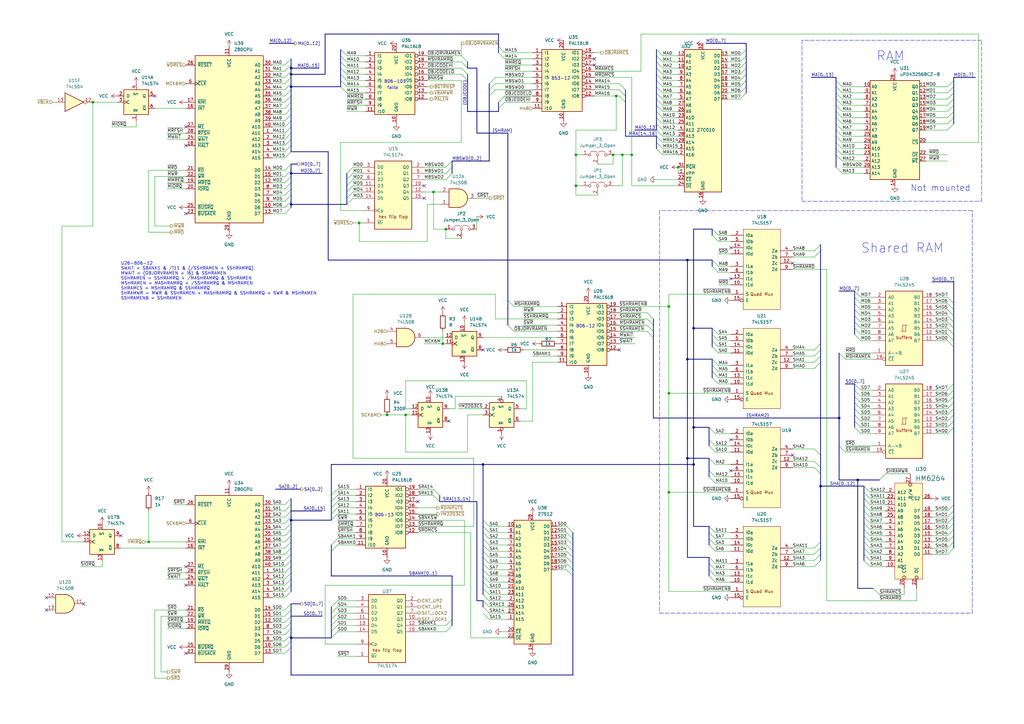
<source format=kicad_sch>
(kicad_sch (version 20211123) (generator eeschema)
  (paper "A3")
  (title_block (title "Insector X - P0-056A") (date "2022-11-30") (company "Ulf Skutnabba, twitter: @skutis77"))
  (bus_alias "SHRAM" (members "~{OBJORVRAMEN}" "~{MSHRAMRQ}"))
  (bus_alias "OBJCODE" (members "~{OBJCODELO}" "~{OBJCODEHI}"))
  (bus_alias "SHRAM2" (members "~{SHRAMWR}" "~{SHRAMCS}" "~{MSHRAMEN}" "~{SSHRAMEN}"))
  (junction (at 344.17 171.45))
  (junction (at 119.38 213.36))
  (junction (at 336.55 199.39))
  (junction (at 181.61 140.97))
  (junction (at 177.8 78.74))
  (junction (at 284.48 175.26))
  (junction (at 119.38 71.12))
  (junction (at 281.94 106.68))
  (junction (at 351.79 196.85))
  (junction (at 281.94 147.32))
  (junction (at 60.96 222.25))
  (junction (at 147.32 91.44))
  (junction (at 182.88 93.98))
  (junction (at 281.94 187.96))
  (junction (at 119.38 30.48))
  (junction (at 236.22 63.5))
  (junction (at 274.32 201.93))
  (junction (at 274.32 161.29))
  (junction (at 119.38 35.56))
  (junction (at 251.46 63.5))
  (junction (at 166.37 170.18))
  (junction (at 119.38 261.62))
  (junction (at 274.32 125.73))
  (junction (at 119.38 83.82))
  (junction (at 259.08 63.5))
  (junction (at 255.27 63.5))
  (junction (at 119.38 27.94))
  (junction (at 38.1 41.91))
  (junction (at 158.75 170.18))
  (junction (at 198.12 190.5))
  (junction (at 236.22 76.2))
  (junction (at 284.48 190.5))
  (junction (at 252.73 39.37))
  (junction (at 278.13 68.58))
  (junction (at 284.48 134.62))
  (no_connect (at 49.53 219.71))
  (no_connect (at 184.15 172.72))
  (no_connect (at 254 143.51))
  (no_connect (at 63.5 39.37))
  (no_connect (at 76.2 59.69))
  (no_connect (at 76.2 52.07))
  (no_connect (at 171.45 205.74))
  (no_connect (at 198.12 143.51))
  (no_connect (at 76.2 232.41))
  (no_connect (at 76.2 240.03))
  (no_connect (at 325.12 107.95))
  (no_connect (at 299.72 114.3))
  (no_connect (at 299.72 101.6))
  (no_connect (at 299.72 193.04))
  (no_connect (at 299.72 180.34))
  (no_connect (at 325.12 186.69))
  (no_connect (at 76.2 267.97))
  (no_connect (at 76.2 87.63))
  (no_connect (at 34.29 247.65))
  (no_connect (at 19.05 245.11))
  (no_connect (at 19.05 250.19))
  (no_connect (at 243.84 24.13))
  (no_connect (at 243.84 26.67))
  (no_connect (at 173.99 81.28))
  (no_connect (at 173.99 76.2))
  (bus_entry (at 198.12 248.92) (size 2.54 2.54))
  (bus_entry (at 142.24 73.66) (size 2.54 -2.54))
  (bus_entry (at 200.66 39.37) (size 2.54 -2.54))
  (bus_entry (at 265.43 130.81) (size 2.54 2.54))
  (bus_entry (at 265.43 133.35) (size 2.54 2.54))
  (bus_entry (at 265.43 135.89) (size 2.54 2.54))
  (bus_entry (at 265.43 128.27) (size 2.54 2.54))
  (bus_entry (at 342.9 55.88) (size 2.54 2.54))
  (bus_entry (at 388.62 38.1) (size 2.54 -2.54))
  (bus_entry (at 135.89 256.54) (size 2.54 -2.54))
  (bus_entry (at 292.1 142.24) (size 2.54 2.54))
  (bus_entry (at 232.41 220.98) (size 2.54 2.54))
  (bus_entry (at 198.12 246.38) (size 2.54 2.54))
  (bus_entry (at 388.62 45.72) (size 2.54 -2.54))
  (bus_entry (at 116.84 227.33) (size 2.54 -2.54))
  (bus_entry (at 142.24 81.28) (size 2.54 -2.54))
  (bus_entry (at 116.84 207.01) (size 2.54 -2.54))
  (bus_entry (at 116.84 209.55) (size 2.54 -2.54))
  (bus_entry (at 189.23 25.4) (size 2.54 2.54))
  (bus_entry (at 189.23 22.86) (size 2.54 2.54))
  (bus_entry (at 342.9 60.96) (size 2.54 2.54))
  (bus_entry (at 292.1 149.86) (size 2.54 2.54))
  (bus_entry (at 116.84 229.87) (size 2.54 -2.54))
  (bus_entry (at 388.62 175.26) (size 2.54 -2.54))
  (bus_entry (at 303.53 22.86) (size 2.54 -2.54))
  (bus_entry (at 116.84 255.27) (size 2.54 -2.54))
  (bus_entry (at 116.84 234.95) (size 2.54 -2.54))
  (bus_entry (at 388.62 224.79) (size 2.54 -2.54))
  (bus_entry (at 198.12 231.14) (size 2.54 2.54))
  (bus_entry (at 334.01 229.87) (size 2.54 -2.54))
  (bus_entry (at 388.62 132.08) (size 2.54 2.54))
  (bus_entry (at 269.24 55.88) (size 2.54 2.54))
  (bus_entry (at 344.17 144.78) (size 2.54 2.54))
  (bus_entry (at 135.89 254) (size 2.54 -2.54))
  (bus_entry (at 350.52 167.64) (size 2.54 2.54))
  (bus_entry (at 388.62 35.56) (size 2.54 -2.54))
  (bus_entry (at 208.28 133.35) (size 2.54 2.54))
  (bus_entry (at 208.28 123.19) (size 2.54 2.54))
  (bus_entry (at 334.01 148.59) (size 2.54 -2.54))
  (bus_entry (at 350.52 124.46) (size 2.54 2.54))
  (bus_entry (at 116.84 69.85) (size 2.54 -2.54))
  (bus_entry (at 116.84 72.39) (size 2.54 -2.54))
  (bus_entry (at 116.84 80.01) (size 2.54 -2.54))
  (bus_entry (at 116.84 82.55) (size 2.54 -2.54))
  (bus_entry (at 116.84 85.09) (size 2.54 -2.54))
  (bus_entry (at 116.84 74.93) (size 2.54 -2.54))
  (bus_entry (at 116.84 77.47) (size 2.54 -2.54))
  (bus_entry (at 116.84 87.63) (size 2.54 -2.54))
  (bus_entry (at 269.24 27.94) (size 2.54 2.54))
  (bus_entry (at 290.83 233.68) (size 2.54 2.54))
  (bus_entry (at 135.89 261.62) (size 2.54 -2.54))
  (bus_entry (at 232.41 215.9) (size 2.54 2.54))
  (bus_entry (at 269.24 48.26) (size 2.54 2.54))
  (bus_entry (at 303.53 33.02) (size 2.54 -2.54))
  (bus_entry (at 290.83 180.34) (size 2.54 2.54))
  (bus_entry (at 116.84 250.19) (size 2.54 -2.54))
  (bus_entry (at 290.83 193.04) (size 2.54 2.54))
  (bus_entry (at 358.14 241.3) (size 2.54 2.54))
  (bus_entry (at 292.1 109.22) (size 2.54 2.54))
  (bus_entry (at 182.88 68.58) (size 2.54 -2.54))
  (bus_entry (at 182.88 71.12) (size 2.54 -2.54))
  (bus_entry (at 182.88 73.66) (size 2.54 -2.54))
  (bus_entry (at 204.47 19.05) (size 2.54 2.54))
  (bus_entry (at 204.47 21.59) (size 2.54 2.54))
  (bus_entry (at 360.68 196.85) (size 2.54 -2.54))
  (bus_entry (at 198.12 226.06) (size 2.54 2.54))
  (bus_entry (at 388.62 134.62) (size 2.54 2.54))
  (bus_entry (at 354.33 212.09) (size 2.54 2.54))
  (bus_entry (at 139.7 20.32) (size 2.54 2.54))
  (bus_entry (at 139.7 22.86) (size 2.54 2.54))
  (bus_entry (at 139.7 25.4) (size 2.54 2.54))
  (bus_entry (at 139.7 27.94) (size 2.54 2.54))
  (bus_entry (at 139.7 30.48) (size 2.54 2.54))
  (bus_entry (at 139.7 33.02) (size 2.54 2.54))
  (bus_entry (at 354.33 209.55) (size 2.54 2.54))
  (bus_entry (at 342.9 48.26) (size 2.54 2.54))
  (bus_entry (at 350.52 165.1) (size 2.54 2.54))
  (bus_entry (at 350.52 119.38) (size 2.54 2.54))
  (bus_entry (at 350.52 127) (size 2.54 2.54))
  (bus_entry (at 290.83 182.88) (size 2.54 2.54))
  (bus_entry (at 269.24 58.42) (size 2.54 2.54))
  (bus_entry (at 135.89 213.36) (size 2.54 -2.54))
  (bus_entry (at 135.89 203.2) (size 2.54 -2.54))
  (bus_entry (at 135.89 205.74) (size 2.54 -2.54))
  (bus_entry (at 135.89 208.28) (size 2.54 -2.54))
  (bus_entry (at 135.89 210.82) (size 2.54 -2.54))
  (bus_entry (at 269.24 40.64) (size 2.54 2.54))
  (bus_entry (at 350.52 172.72) (size 2.54 2.54))
  (bus_entry (at 334.01 191.77) (size 2.54 2.54))
  (bus_entry (at 116.84 265.43) (size 2.54 -2.54))
  (bus_entry (at 135.89 259.08) (size 2.54 -2.54))
  (bus_entry (at 290.83 236.22) (size 2.54 2.54))
  (bus_entry (at 142.24 78.74) (size 2.54 -2.54))
  (bus_entry (at 334.01 102.87) (size 2.54 -2.54))
  (bus_entry (at 116.84 224.79) (size 2.54 -2.54))
  (bus_entry (at 177.8 200.66) (size 2.54 2.54))
  (bus_entry (at 350.52 137.16) (size 2.54 2.54))
  (bus_entry (at 269.24 30.48) (size 2.54 2.54))
  (bus_entry (at 342.9 45.72) (size 2.54 2.54))
  (bus_entry (at 116.84 232.41) (size 2.54 -2.54))
  (bus_entry (at 116.84 257.81) (size 2.54 -2.54))
  (bus_entry (at 290.83 220.98) (size 2.54 2.54))
  (bus_entry (at 388.62 214.63) (size 2.54 -2.54))
  (bus_entry (at 303.53 40.64) (size 2.54 -2.54))
  (bus_entry (at 354.33 217.17) (size 2.54 2.54))
  (bus_entry (at 334.01 232.41) (size 2.54 -2.54))
  (bus_entry (at 342.9 33.02) (size 2.54 2.54))
  (bus_entry (at 342.9 38.1) (size 2.54 2.54))
  (bus_entry (at 342.9 35.56) (size 2.54 2.54))
  (bus_entry (at 269.24 38.1) (size 2.54 2.54))
  (bus_entry (at 388.62 40.64) (size 2.54 -2.54))
  (bus_entry (at 135.89 251.46) (size 2.54 -2.54))
  (bus_entry (at 342.9 53.34) (size 2.54 2.54))
  (bus_entry (at 290.83 175.26) (size 2.54 2.54))
  (bus_entry (at 354.33 219.71) (size 2.54 2.54))
  (bus_entry (at 116.84 240.03) (size 2.54 -2.54))
  (bus_entry (at 116.84 222.25) (size 2.54 -2.54))
  (bus_entry (at 198.12 241.3) (size 2.54 2.54))
  (bus_entry (at 269.24 20.32) (size 2.54 2.54))
  (bus_entry (at 350.52 129.54) (size 2.54 2.54))
  (bus_entry (at 388.62 137.16) (size 2.54 2.54))
  (bus_entry (at 198.12 236.22) (size 2.54 2.54))
  (bus_entry (at 142.24 71.12) (size 2.54 -2.54))
  (bus_entry (at 135.89 226.06) (size 2.54 -2.54))
  (bus_entry (at 342.9 68.58) (size 2.54 2.54))
  (bus_entry (at 354.33 222.25) (size 2.54 2.54))
  (bus_entry (at 116.84 214.63) (size 2.54 -2.54))
  (bus_entry (at 269.24 22.86) (size 2.54 2.54))
  (bus_entry (at 269.24 33.02) (size 2.54 2.54))
  (bus_entry (at 292.1 139.7) (size 2.54 2.54))
  (bus_entry (at 354.33 229.87) (size 2.54 2.54))
  (bus_entry (at 135.89 223.52) (size 2.54 -2.54))
  (bus_entry (at 198.12 228.6) (size 2.54 2.54))
  (bus_entry (at 354.33 204.47) (size 2.54 2.54))
  (bus_entry (at 334.01 151.13) (size 2.54 -2.54))
  (bus_entry (at 292.1 93.98) (size 2.54 2.54))
  (bus_entry (at 269.24 25.4) (size 2.54 2.54))
  (bus_entry (at 290.83 215.9) (size 2.54 2.54))
  (bus_entry (at 344.17 182.88) (size 2.54 2.54))
  (bus_entry (at 142.24 83.82) (size 2.54 -2.54))
  (bus_entry (at 354.33 201.93) (size 2.54 2.54))
  (bus_entry (at 350.52 160.02) (size 2.54 2.54))
  (bus_entry (at 303.53 35.56) (size 2.54 -2.54))
  (bus_entry (at 116.84 242.57) (size 2.54 -2.54))
  (bus_entry (at 200.66 34.29) (size 2.54 -2.54))
  (bus_entry (at 292.1 137.16) (size 2.54 2.54))
  (bus_entry (at 388.62 53.34) (size 2.54 -2.54))
  (bus_entry (at 198.12 243.84) (size 2.54 2.54))
  (bus_entry (at 388.62 165.1) (size 2.54 -2.54))
  (bus_entry (at 334.01 189.23) (size 2.54 2.54))
  (bus_entry (at 189.23 27.94) (size 2.54 2.54))
  (bus_entry (at 189.23 30.48) (size 2.54 2.54))
  (bus_entry (at 116.84 44.45) (size 2.54 -2.54))
  (bus_entry (at 116.84 41.91) (size 2.54 -2.54))
  (bus_entry (at 116.84 46.99) (size 2.54 -2.54))
  (bus_entry (at 116.84 49.53) (size 2.54 -2.54))
  (bus_entry (at 116.84 39.37) (size 2.54 -2.54))
  (bus_entry (at 116.84 36.83) (size 2.54 -2.54))
  (bus_entry (at 116.84 31.75) (size 2.54 -2.54))
  (bus_entry (at 116.84 34.29) (size 2.54 -2.54))
  (bus_entry (at 116.84 26.67) (size 2.54 -2.54))
  (bus_entry (at 116.84 29.21) (size 2.54 -2.54))
  (bus_entry (at 116.84 52.07) (size 2.54 -2.54))
  (bus_entry (at 116.84 54.61) (size 2.54 -2.54))
  (bus_entry (at 116.84 57.15) (size 2.54 -2.54))
  (bus_entry (at 116.84 64.77) (size 2.54 -2.54))
  (bus_entry (at 116.84 62.23) (size 2.54 -2.54))
  (bus_entry (at 116.84 59.69) (size 2.54 -2.54))
  (bus_entry (at 342.9 63.5) (size 2.54 2.54))
  (bus_entry (at 290.83 187.96) (size 2.54 2.54))
  (bus_entry (at 388.62 50.8) (size 2.54 -2.54))
  (bus_entry (at 200.66 36.83) (size 2.54 -2.54))
  (bus_entry (at 354.33 207.01) (size 2.54 2.54))
  (bus_entry (at 388.62 219.71) (size 2.54 -2.54))
  (bus_entry (at 116.84 252.73) (size 2.54 -2.54))
  (bus_entry (at 388.62 227.33) (size 2.54 -2.54))
  (bus_entry (at 198.12 251.46) (size 2.54 2.54))
  (bus_entry (at 198.12 233.68) (size 2.54 2.54))
  (bus_entry (at 198.12 223.52) (size 2.54 2.54))
  (bus_entry (at 303.53 38.1) (size 2.54 -2.54))
  (bus_entry (at 303.53 30.48) (size 2.54 -2.54))
  (bus_entry (at 388.62 129.54) (size 2.54 2.54))
  (bus_entry (at 388.62 127) (size 2.54 2.54))
  (bus_entry (at 388.62 124.46) (size 2.54 2.54))
  (bus_entry (at 388.62 121.92) (size 2.54 2.54))
  (bus_entry (at 350.52 121.92) (size 2.54 2.54))
  (bus_entry (at 388.62 217.17) (size 2.54 -2.54))
  (bus_entry (at 177.8 203.2) (size 2.54 2.54))
  (bus_entry (at 342.9 58.42) (size 2.54 2.54))
  (bus_entry (at 388.62 48.26) (size 2.54 -2.54))
  (bus_entry (at 232.41 228.6) (size 2.54 2.54))
  (bus_entry (at 334.01 143.51) (size 2.54 -2.54))
  (bus_entry (at 232.41 233.68) (size 2.54 2.54))
  (bus_entry (at 254 34.29) (size 2.54 2.54))
  (bus_entry (at 254 36.83) (size 2.54 2.54))
  (bus_entry (at 254 39.37) (size 2.54 2.54))
  (bus_entry (at 232.41 218.44) (size 2.54 2.54))
  (bus_entry (at 198.12 238.76) (size 2.54 2.54))
  (bus_entry (at 232.41 226.06) (size 2.54 2.54))
  (bus_entry (at 334.01 224.79) (size 2.54 -2.54))
  (bus_entry (at 350.52 134.62) (size 2.54 2.54))
  (bus_entry (at 350.52 175.26) (size 2.54 2.54))
  (bus_entry (at 334.01 146.05) (size 2.54 -2.54))
  (bus_entry (at 350.52 162.56) (size 2.54 2.54))
  (bus_entry (at 342.9 43.18) (size 2.54 2.54))
  (bus_entry (at 116.84 262.89) (size 2.54 -2.54))
  (bus_entry (at 182.88 259.08) (size 2.54 -2.54))
  (bus_entry (at 182.88 256.54) (size 2.54 -2.54))
  (bus_entry (at 290.83 223.52) (size 2.54 2.54))
  (bus_entry (at 292.1 147.32) (size 2.54 2.54))
  (bus_entry (at 342.9 50.8) (size 2.54 2.54))
  (bus_entry (at 269.24 43.18) (size 2.54 2.54))
  (bus_entry (at 290.83 231.14) (size 2.54 2.54))
  (bus_entry (at 292.1 96.52) (size 2.54 2.54))
  (bus_entry (at 354.33 224.79) (size 2.54 2.54))
  (bus_entry (at 388.62 167.64) (size 2.54 -2.54))
  (bus_entry (at 116.84 219.71) (size 2.54 -2.54))
  (bus_entry (at 116.84 267.97) (size 2.54 -2.54))
  (bus_entry (at 354.33 227.33) (size 2.54 2.54))
  (bus_entry (at 388.62 212.09) (size 2.54 -2.54))
  (bus_entry (at 303.53 27.94) (size 2.54 -2.54))
  (bus_entry (at 292.1 134.62) (size 2.54 2.54))
  (bus_entry (at 269.24 60.96) (size 2.54 2.54))
  (bus_entry (at 290.83 228.6) (size 2.54 2.54))
  (bus_entry (at 334.01 105.41) (size 2.54 -2.54))
  (bus_entry (at 116.84 212.09) (size 2.54 -2.54))
  (bus_entry (at 388.62 209.55) (size 2.54 -2.54))
  (bus_entry (at 269.24 35.56) (size 2.54 2.54))
  (bus_entry (at 290.83 218.44) (size 2.54 2.54))
  (bus_entry (at 350.52 132.08) (size 2.54 2.54))
  (bus_entry (at 292.1 154.94) (size 2.54 2.54))
  (bus_entry (at 198.12 213.36) (size 2.54 2.54))
  (bus_entry (at 198.12 220.98) (size 2.54 2.54))
  (bus_entry (at 198.12 215.9) (size 2.54 2.54))
  (bus_entry (at 198.12 218.44) (size 2.54 2.54))
  (bus_entry (at 342.9 40.64) (size 2.54 2.54))
  (bus_entry (at 142.24 76.2) (size 2.54 -2.54))
  (bus_entry (at 269.24 53.34) (size 2.54 2.54))
  (bus_entry (at 388.62 160.02) (size 2.54 -2.54))
  (bus_entry (at 116.84 217.17) (size 2.54 -2.54))
  (bus_entry (at 116.84 245.11) (size 2.54 -2.54))
  (bus_entry (at 334.01 184.15) (size 2.54 2.54))
  (bus_entry (at 388.62 177.8) (size 2.54 -2.54))
  (bus_entry (at 204.47 44.45) (size 2.54 -2.54))
  (bus_entry (at 204.47 41.91) (size 2.54 -2.54))
  (bus_entry (at 290.83 195.58) (size 2.54 2.54))
  (bus_entry (at 388.62 139.7) (size 2.54 2.54))
  (bus_entry (at 139.7 35.56) (size 2.54 2.54))
  (bus_entry (at 269.24 45.72) (size 2.54 2.54))
  (bus_entry (at 135.89 248.92) (size 2.54 -2.54))
  (bus_entry (at 334.01 227.33) (size 2.54 -2.54))
  (bus_entry (at 232.41 231.14) (size 2.54 2.54))
  (bus_entry (at 303.53 25.4) (size 2.54 -2.54))
  (bus_entry (at 354.33 214.63) (size 2.54 2.54))
  (bus_entry (at 116.84 237.49) (size 2.54 -2.54))
  (bus_entry (at 350.52 157.48) (size 2.54 2.54))
  (bus_entry (at 269.24 50.8) (size 2.54 2.54))
  (bus_entry (at 388.62 162.56) (size 2.54 -2.54))
  (bus_entry (at 292.1 106.68) (size 2.54 2.54))
  (bus_entry (at 232.41 223.52) (size 2.54 2.54))
  (bus_entry (at 388.62 172.72) (size 2.54 -2.54))
  (bus_entry (at 388.62 170.18) (size 2.54 -2.54))
  (bus_entry (at 116.84 260.35) (size 2.54 -2.54))
  (bus_entry (at 292.1 152.4) (size 2.54 2.54))
  (bus_entry (at 388.62 43.18) (size 2.54 -2.54))
  (bus_entry (at 350.52 170.18) (size 2.54 2.54))
  (bus_entry (at 388.62 222.25) (size 2.54 -2.54))
  (bus_entry (at 354.33 199.39) (size 2.54 2.54))
  (wire (pts (xy 63.5 44.45) (xy 76.2 44.45)))
  (bus (pts (xy 198.12 215.9) (xy 198.12 213.36)))
  (bus (pts (xy 351.79 196.85) (xy 351.79 241.3)))
  (bus (pts (xy 119.38 252.73) (xy 119.38 250.19)))
  (bus (pts (xy 391.16 124.46) (xy 391.16 127)))
  (bus (pts (xy 344.17 144.78) (xy 344.17 171.45)))
  (wire (pts (xy 382.27 212.09) (xy 388.62 212.09)))
  (wire (pts (xy 176.53 40.64) (xy 175.26 40.64)))
  (bus (pts (xy 354.33 214.63) (xy 354.33 212.09)))
  (wire (pts (xy 41.91 232.41) (xy 41.91 229.87)))
  (bus (pts (xy 292.1 109.22) (xy 292.1 106.68)))
  (wire (pts (xy 353.06 175.26) (xy 358.14 175.26)))
  (wire (pts (xy 363.22 194.31) (xy 373.38 194.31)))
  (wire (pts (xy 111.76 265.43) (xy 116.84 265.43)))
  (wire (pts (xy 142.24 25.4) (xy 149.86 25.4)))
  (wire (pts (xy 379.73 48.26) (xy 388.62 48.26)))
  (wire (pts (xy 353.06 134.62) (xy 358.14 134.62)))
  (bus (pts (xy 198.12 213.36) (xy 198.12 190.5)))
  (bus (pts (xy 142.24 76.2) (xy 142.24 78.74)))
  (wire (pts (xy 38.1 41.91) (xy 38.1 92.71)))
  (wire (pts (xy 156.21 170.18) (xy 158.75 170.18)))
  (wire (pts (xy 138.43 269.24) (xy 146.05 269.24)))
  (wire (pts (xy 111.76 227.33) (xy 116.84 227.33)))
  (bus (pts (xy 391.16 217.17) (xy 391.16 214.63)))
  (bus (pts (xy 391.16 170.18) (xy 391.16 172.72)))
  (wire (pts (xy 144.78 71.12) (xy 148.59 71.12)))
  (wire (pts (xy 346.71 144.78) (xy 358.14 144.78)))
  (wire (pts (xy 210.82 135.89) (xy 228.6 135.89)))
  (wire (pts (xy 271.78 38.1) (xy 278.13 38.1)))
  (wire (pts (xy 138.43 200.66) (xy 146.05 200.66)))
  (bus (pts (xy 208.28 123.19) (xy 208.28 133.35)))
  (wire (pts (xy 243.84 29.21) (xy 262.89 29.21)))
  (wire (pts (xy 111.76 59.69) (xy 116.84 59.69)))
  (wire (pts (xy 236.22 53.34) (xy 252.73 53.34)))
  (bus (pts (xy 119.38 36.83) (xy 119.38 35.56)))
  (wire (pts (xy 353.06 170.18) (xy 358.14 170.18)))
  (bus (pts (xy 119.38 257.81) (xy 119.38 255.27)))
  (bus (pts (xy 350.52 121.92) (xy 350.52 119.38)))
  (bus (pts (xy 391.16 38.1) (xy 391.16 35.56)))
  (wire (pts (xy 182.88 93.98) (xy 177.8 93.98)))
  (bus (pts (xy 198.12 228.6) (xy 198.12 226.06)))
  (bus (pts (xy 204.47 41.91) (xy 204.47 44.45)))
  (bus (pts (xy 119.38 276.86) (xy 119.38 265.43)))
  (wire (pts (xy 111.76 29.21) (xy 116.84 29.21)))
  (wire (pts (xy 251.46 76.2) (xy 255.27 76.2)))
  (bus (pts (xy 354.33 224.79) (xy 354.33 222.25)))
  (bus (pts (xy 350.52 160.02) (xy 350.52 157.48)))
  (wire (pts (xy 133.35 240.03) (xy 133.35 264.16)))
  (wire (pts (xy 200.66 218.44) (xy 208.28 218.44)))
  (bus (pts (xy 336.55 194.31) (xy 336.55 199.39)))
  (bus (pts (xy 391.16 132.08) (xy 391.16 134.62)))
  (wire (pts (xy 173.99 71.12) (xy 182.88 71.12)))
  (bus (pts (xy 256.54 41.91) (xy 256.54 55.88)))
  (bus (pts (xy 135.89 203.2) (xy 135.89 205.74)))
  (bus (pts (xy 350.52 175.26) (xy 350.52 172.72)))
  (bus (pts (xy 306.07 17.78) (xy 306.07 20.32)))
  (wire (pts (xy 262.89 13.97) (xy 401.32 13.97)))
  (wire (pts (xy 274.32 242.57) (xy 299.72 242.57)))
  (bus (pts (xy 269.24 20.32) (xy 269.24 22.86)))
  (bus (pts (xy 198.12 236.22) (xy 198.12 233.68)))
  (wire (pts (xy 166.37 185.42) (xy 166.37 170.18)))
  (bus (pts (xy 119.38 69.85) (xy 119.38 67.31)))
  (bus (pts (xy 139.7 35.56) (xy 119.38 35.56)))
  (wire (pts (xy 142.24 30.48) (xy 149.86 30.48)))
  (wire (pts (xy 382.27 214.63) (xy 388.62 214.63)))
  (wire (pts (xy 294.64 96.52) (xy 299.72 96.52)))
  (bus (pts (xy 191.77 33.02) (xy 191.77 45.72)))
  (wire (pts (xy 49.53 224.79) (xy 76.2 224.79)))
  (bus (pts (xy 139.7 25.4) (xy 139.7 27.94)))
  (wire (pts (xy 278.13 68.58) (xy 278.13 71.12)))
  (wire (pts (xy 243.84 31.75) (xy 259.08 31.75)))
  (wire (pts (xy 356.87 222.25) (xy 363.22 222.25)))
  (wire (pts (xy 111.76 36.83) (xy 116.84 36.83)))
  (wire (pts (xy 356.87 201.93) (xy 363.22 201.93)))
  (wire (pts (xy 388.62 121.92) (xy 383.54 121.92)))
  (wire (pts (xy 186.69 167.64) (xy 186.69 162.56)))
  (polyline (pts (xy 270.51 86.36) (xy 270.51 88.9)))
  (wire (pts (xy 138.43 205.74) (xy 146.05 205.74)))
  (wire (pts (xy 138.43 218.44) (xy 146.05 218.44)))
  (bus (pts (xy 234.95 231.14) (xy 234.95 233.68)))
  (bus (pts (xy 281.94 187.96) (xy 281.94 228.6)))
  (bus (pts (xy 185.42 256.54) (xy 185.42 254)))
  (wire (pts (xy 271.78 58.42) (xy 278.13 58.42)))
  (wire (pts (xy 293.37 185.42) (xy 299.72 185.42)))
  (bus (pts (xy 200.66 36.83) (xy 200.66 39.37)))
  (wire (pts (xy 293.37 238.76) (xy 299.72 238.76)))
  (wire (pts (xy 207.01 24.13) (xy 218.44 24.13)))
  (bus (pts (xy 139.7 22.86) (xy 139.7 25.4)))
  (bus (pts (xy 119.38 242.57) (xy 119.38 240.03)))
  (wire (pts (xy 111.76 46.99) (xy 116.84 46.99)))
  (bus (pts (xy 284.48 175.26) (xy 290.83 175.26)))
  (bus (pts (xy 351.79 196.85) (xy 360.68 196.85)))
  (bus (pts (xy 119.38 57.15) (xy 119.38 54.61)))
  (bus (pts (xy 281.94 187.96) (xy 290.83 187.96)))
  (wire (pts (xy 25.4 222.25) (xy 34.29 222.25)))
  (wire (pts (xy 379.73 38.1) (xy 388.62 38.1)))
  (bus (pts (xy 119.38 224.79) (xy 119.38 222.25)))
  (wire (pts (xy 298.45 25.4) (xy 303.53 25.4)))
  (wire (pts (xy 325.12 143.51) (xy 334.01 143.51)))
  (bus (pts (xy 336.55 148.59) (xy 336.55 186.69)))
  (bus (pts (xy 342.9 38.1) (xy 342.9 40.64)))
  (wire (pts (xy 254 125.73) (xy 274.32 125.73)))
  (bus (pts (xy 119.38 31.75) (xy 119.38 30.48)))
  (wire (pts (xy 171.45 259.08) (xy 182.88 259.08)))
  (wire (pts (xy 63.5 72.39) (xy 76.2 72.39)))
  (bus (pts (xy 290.83 231.14) (xy 290.83 228.6)))
  (bus (pts (xy 290.83 175.26) (xy 290.83 180.34)))
  (bus (pts (xy 391.16 134.62) (xy 391.16 137.16)))
  (bus (pts (xy 142.24 71.12) (xy 142.24 73.66)))
  (bus (pts (xy 342.9 48.26) (xy 342.9 50.8)))
  (wire (pts (xy 200.66 220.98) (xy 208.28 220.98)))
  (bus (pts (xy 198.12 220.98) (xy 198.12 218.44)))
  (bus (pts (xy 336.55 140.97) (xy 336.55 143.51)))
  (bus (pts (xy 391.16 175.26) (xy 391.16 207.01)))
  (polyline (pts (xy 398.78 86.36) (xy 270.51 86.36)))
  (wire (pts (xy 271.78 55.88) (xy 278.13 55.88)))
  (wire (pts (xy 294.64 139.7) (xy 299.72 139.7)))
  (wire (pts (xy 142.24 38.1) (xy 149.86 38.1)))
  (bus (pts (xy 281.94 228.6) (xy 290.83 228.6)))
  (bus (pts (xy 391.16 212.09) (xy 391.16 209.55)))
  (wire (pts (xy 254 130.81) (xy 265.43 130.81)))
  (wire (pts (xy 259.08 31.75) (xy 259.08 63.5)))
  (bus (pts (xy 133.35 13.97) (xy 133.35 30.48)))
  (wire (pts (xy 194.31 187.96) (xy 144.78 187.96)))
  (wire (pts (xy 271.78 30.48) (xy 278.13 30.48)))
  (bus (pts (xy 198.12 238.76) (xy 198.12 236.22)))
  (bus (pts (xy 336.55 227.33) (xy 336.55 229.87)))
  (wire (pts (xy 111.76 255.27) (xy 116.84 255.27)))
  (bus (pts (xy 119.38 83.82) (xy 142.24 83.82)))
  (wire (pts (xy 345.44 60.96) (xy 354.33 60.96)))
  (wire (pts (xy 207.01 29.21) (xy 218.44 29.21)))
  (bus (pts (xy 256.54 39.37) (xy 256.54 41.91)))
  (wire (pts (xy 68.58 278.13) (xy 63.5 278.13)))
  (wire (pts (xy 388.62 137.16) (xy 383.54 137.16)))
  (bus (pts (xy 195.58 205.74) (xy 195.58 246.38)))
  (wire (pts (xy 158.75 170.18) (xy 166.37 170.18)))
  (wire (pts (xy 111.76 252.73) (xy 116.84 252.73)))
  (wire (pts (xy 189.23 17.78) (xy 189.23 22.86)))
  (wire (pts (xy 111.76 214.63) (xy 116.84 214.63)))
  (wire (pts (xy 60.96 209.55) (xy 60.96 222.25)))
  (wire (pts (xy 293.37 198.12) (xy 299.72 198.12)))
  (bus (pts (xy 290.83 218.44) (xy 290.83 215.9)))
  (wire (pts (xy 144.78 68.58) (xy 148.59 68.58)))
  (wire (pts (xy 382.27 227.33) (xy 388.62 227.33)))
  (wire (pts (xy 144.78 76.2) (xy 148.59 76.2)))
  (wire (pts (xy 339.09 110.49) (xy 339.09 246.38)))
  (wire (pts (xy 111.76 72.39) (xy 116.84 72.39)))
  (wire (pts (xy 111.76 212.09) (xy 116.84 212.09)))
  (bus (pts (xy 354.33 207.01) (xy 354.33 209.55)))
  (wire (pts (xy 218.44 172.72) (xy 218.44 148.59)))
  (bus (pts (xy 135.89 210.82) (xy 135.89 213.36)))
  (bus (pts (xy 195.58 205.74) (xy 180.34 205.74)))
  (wire (pts (xy 171.45 203.2) (xy 177.8 203.2)))
  (bus (pts (xy 180.34 203.2) (xy 180.34 205.74)))
  (bus (pts (xy 391.16 167.64) (xy 391.16 170.18)))
  (bus (pts (xy 350.52 129.54) (xy 350.52 127)))
  (bus (pts (xy 284.48 134.62) (xy 292.1 134.62)))
  (wire (pts (xy 200.66 228.6) (xy 208.28 228.6)))
  (bus (pts (xy 204.47 19.05) (xy 204.47 21.59)))
  (bus (pts (xy 234.95 228.6) (xy 234.95 231.14)))
  (wire (pts (xy 203.2 31.75) (xy 218.44 31.75)))
  (bus (pts (xy 185.42 254) (xy 185.42 236.22)))
  (bus (pts (xy 135.89 223.52) (xy 135.89 226.06)))
  (wire (pts (xy 388.62 172.72) (xy 383.54 172.72)))
  (wire (pts (xy 388.62 139.7) (xy 383.54 139.7)))
  (bus (pts (xy 391.16 129.54) (xy 391.16 132.08)))
  (bus (pts (xy 119.38 52.07) (xy 119.38 49.53)))
  (wire (pts (xy 38.1 41.91) (xy 48.26 41.91)))
  (bus (pts (xy 269.24 22.86) (xy 269.24 25.4)))
  (wire (pts (xy 111.76 237.49) (xy 116.84 237.49)))
  (wire (pts (xy 388.62 170.18) (xy 383.54 170.18)))
  (bus (pts (xy 350.52 137.16) (xy 350.52 134.62)))
  (wire (pts (xy 274.32 201.93) (xy 299.72 201.93)))
  (bus (pts (xy 306.07 30.48) (xy 306.07 33.02)))
  (wire (pts (xy 325.12 232.41) (xy 334.01 232.41)))
  (wire (pts (xy 198.12 170.18) (xy 191.77 170.18)))
  (bus (pts (xy 354.33 212.09) (xy 354.33 209.55)))
  (wire (pts (xy 271.78 53.34) (xy 278.13 53.34)))
  (wire (pts (xy 203.2 36.83) (xy 218.44 36.83)))
  (bus (pts (xy 119.38 209.55) (xy 132.08 209.55)))
  (wire (pts (xy 254 128.27) (xy 265.43 128.27)))
  (wire (pts (xy 356.87 229.87) (xy 363.22 229.87)))
  (wire (pts (xy 298.45 33.02) (xy 303.53 33.02)))
  (bus (pts (xy 135.89 256.54) (xy 135.89 259.08)))
  (wire (pts (xy 138.43 208.28) (xy 146.05 208.28)))
  (bus (pts (xy 284.48 93.98) (xy 292.1 93.98)))
  (wire (pts (xy 144.78 81.28) (xy 148.59 81.28)))
  (wire (pts (xy 63.5 250.19) (xy 76.2 250.19)))
  (wire (pts (xy 111.76 77.47) (xy 116.84 77.47)))
  (wire (pts (xy 200.66 215.9) (xy 208.28 215.9)))
  (bus (pts (xy 350.52 170.18) (xy 350.52 167.64)))
  (wire (pts (xy 142.24 27.94) (xy 149.86 27.94)))
  (wire (pts (xy 111.76 267.97) (xy 116.84 267.97)))
  (wire (pts (xy 293.37 226.06) (xy 299.72 226.06)))
  (wire (pts (xy 356.87 204.47) (xy 363.22 204.47)))
  (wire (pts (xy 68.58 77.47) (xy 76.2 77.47)))
  (bus (pts (xy 269.24 35.56) (xy 269.24 38.1)))
  (bus (pts (xy 139.7 33.02) (xy 139.7 35.56)))
  (bus (pts (xy 290.83 180.34) (xy 290.83 182.88)))
  (wire (pts (xy 269.24 73.66) (xy 278.13 73.66)))
  (wire (pts (xy 176.53 38.1) (xy 175.26 38.1)))
  (bus (pts (xy 342.9 50.8) (xy 342.9 53.34)))
  (bus (pts (xy 269.24 38.1) (xy 269.24 40.64)))
  (wire (pts (xy 139.7 58.42) (xy 139.7 86.36)))
  (bus (pts (xy 191.77 25.4) (xy 191.77 27.94)))
  (bus (pts (xy 119.38 227.33) (xy 119.38 224.79)))
  (wire (pts (xy 254 133.35) (xy 265.43 133.35)))
  (bus (pts (xy 135.89 226.06) (xy 135.89 236.22)))
  (bus (pts (xy 234.95 236.22) (xy 234.95 276.86)))
  (wire (pts (xy 271.78 40.64) (xy 278.13 40.64)))
  (wire (pts (xy 379.73 40.64) (xy 388.62 40.64)))
  (wire (pts (xy 401.32 13.97) (xy 401.32 58.42)))
  (bus (pts (xy 119.38 209.55) (xy 119.38 207.01)))
  (wire (pts (xy 171.45 218.44) (xy 193.04 218.44)))
  (bus (pts (xy 135.89 190.5) (xy 135.89 203.2)))
  (bus (pts (xy 391.16 35.56) (xy 391.16 33.02)))
  (wire (pts (xy 138.43 259.08) (xy 146.05 259.08)))
  (wire (pts (xy 213.36 167.64) (xy 215.9 167.64)))
  (bus (pts (xy 267.97 130.81) (xy 267.97 133.35)))
  (wire (pts (xy 138.43 213.36) (xy 146.05 213.36)))
  (wire (pts (xy 111.76 219.71) (xy 116.84 219.71)))
  (bus (pts (xy 135.89 251.46) (xy 135.89 254)))
  (wire (pts (xy 379.73 58.42) (xy 401.32 58.42)))
  (wire (pts (xy 111.76 232.41) (xy 116.84 232.41)))
  (wire (pts (xy 379.73 63.5) (xy 388.62 63.5)))
  (wire (pts (xy 138.43 203.2) (xy 146.05 203.2)))
  (bus (pts (xy 290.83 193.04) (xy 290.83 187.96)))
  (wire (pts (xy 189.23 33.02) (xy 189.23 58.42)))
  (wire (pts (xy 171.45 213.36) (xy 190.5 213.36)))
  (bus (pts (xy 234.95 218.44) (xy 234.95 220.98)))
  (wire (pts (xy 236.22 63.5) (xy 236.22 53.34)))
  (bus (pts (xy 119.38 232.41) (xy 119.38 229.87)))
  (wire (pts (xy 298.45 27.94) (xy 303.53 27.94)))
  (wire (pts (xy 356.87 232.41) (xy 363.22 232.41)))
  (wire (pts (xy 271.78 35.56) (xy 278.13 35.56)))
  (wire (pts (xy 379.73 35.56) (xy 388.62 35.56)))
  (bus (pts (xy 119.38 83.82) (xy 119.38 82.55)))
  (wire (pts (xy 215.9 167.64) (xy 215.9 156.21)))
  (bus (pts (xy 391.16 127) (xy 391.16 129.54)))
  (wire (pts (xy 191.77 170.18) (xy 191.77 185.42)))
  (wire (pts (xy 111.76 26.67) (xy 116.84 26.67)))
  (bus (pts (xy 234.95 226.06) (xy 234.95 228.6)))
  (wire (pts (xy 271.78 43.18) (xy 278.13 43.18)))
  (wire (pts (xy 191.77 185.42) (xy 166.37 185.42)))
  (bus (pts (xy 119.38 212.09) (xy 119.38 209.55)))
  (wire (pts (xy 271.78 27.94) (xy 278.13 27.94)))
  (wire (pts (xy 246.38 21.59) (xy 243.84 21.59)))
  (bus (pts (xy 119.38 219.71) (xy 119.38 217.17)))
  (bus (pts (xy 139.7 27.94) (xy 139.7 30.48)))
  (wire (pts (xy 353.06 139.7) (xy 358.14 139.7)))
  (wire (pts (xy 228.6 220.98) (xy 232.41 220.98)))
  (wire (pts (xy 345.44 53.34) (xy 354.33 53.34)))
  (wire (pts (xy 298.45 38.1) (xy 303.53 38.1)))
  (bus (pts (xy 336.55 227.33) (xy 336.55 224.79)))
  (wire (pts (xy 243.84 36.83) (xy 254 36.83)))
  (wire (pts (xy 194.31 215.9) (xy 194.31 187.96)))
  (wire (pts (xy 353.06 129.54) (xy 358.14 129.54)))
  (bus (pts (xy 234.95 220.98) (xy 234.95 223.52)))
  (wire (pts (xy 214.63 133.35) (xy 228.6 133.35)))
  (wire (pts (xy 293.37 223.52) (xy 299.72 223.52)))
  (wire (pts (xy 166.37 170.18) (xy 168.91 170.18)))
  (wire (pts (xy 325.12 184.15) (xy 334.01 184.15)))
  (wire (pts (xy 293.37 220.98) (xy 299.72 220.98)))
  (wire (pts (xy 294.64 109.22) (xy 299.72 109.22)))
  (wire (pts (xy 255.27 63.5) (xy 251.46 63.5)))
  (wire (pts (xy 271.78 63.5) (xy 278.13 63.5)))
  (wire (pts (xy 370.84 243.84) (xy 370.84 241.3)))
  (bus (pts (xy 119.38 213.36) (xy 119.38 212.09)))
  (bus (pts (xy 292.1 137.16) (xy 292.1 134.62)))
  (wire (pts (xy 251.46 67.31) (xy 251.46 63.5)))
  (wire (pts (xy 294.64 144.78) (xy 299.72 144.78)))
  (bus (pts (xy 342.9 63.5) (xy 342.9 68.58)))
  (wire (pts (xy 111.76 217.17) (xy 116.84 217.17)))
  (wire (pts (xy 228.6 223.52) (xy 232.41 223.52)))
  (wire (pts (xy 353.06 165.1) (xy 358.14 165.1)))
  (wire (pts (xy 353.06 160.02) (xy 358.14 160.02)))
  (wire (pts (xy 111.76 52.07) (xy 116.84 52.07)))
  (wire (pts (xy 187.96 167.64) (xy 198.12 167.64)))
  (wire (pts (xy 147.32 91.44) (xy 147.32 99.06)))
  (bus (pts (xy 185.42 66.04) (xy 200.66 66.04)))
  (wire (pts (xy 294.64 152.4) (xy 299.72 152.4)))
  (wire (pts (xy 254 138.43) (xy 260.35 138.43)))
  (wire (pts (xy 182.88 97.79) (xy 182.88 93.98)))
  (wire (pts (xy 294.64 116.84) (xy 299.72 116.84)))
  (bus (pts (xy 139.7 30.48) (xy 139.7 33.02)))
  (bus (pts (xy 119.38 207.01) (xy 119.38 204.47)))
  (wire (pts (xy 379.73 50.8) (xy 388.62 50.8)))
  (wire (pts (xy 68.58 255.27) (xy 76.2 255.27)))
  (bus (pts (xy 306.07 22.86) (xy 306.07 25.4)))
  (bus (pts (xy 119.38 27.94) (xy 119.38 26.67)))
  (wire (pts (xy 294.64 137.16) (xy 299.72 137.16)))
  (wire (pts (xy 111.76 74.93) (xy 116.84 74.93)))
  (wire (pts (xy 325.12 189.23) (xy 334.01 189.23)))
  (wire (pts (xy 203.2 120.65) (xy 203.2 130.81)))
  (bus (pts (xy 354.33 222.25) (xy 354.33 219.71)))
  (bus (pts (xy 185.42 68.58) (xy 185.42 66.04)))
  (wire (pts (xy 144.78 120.65) (xy 203.2 120.65)))
  (polyline (pts (xy 328.93 82.55) (xy 402.59 82.55)))
  (bus (pts (xy 269.24 25.4) (xy 269.24 27.94)))
  (bus (pts (xy 332.74 31.75) (xy 342.9 31.75)))
  (wire (pts (xy 111.76 250.19) (xy 116.84 250.19)))
  (bus (pts (xy 284.48 215.9) (xy 284.48 190.5)))
  (wire (pts (xy 68.58 54.61) (xy 76.2 54.61)))
  (wire (pts (xy 111.76 49.53) (xy 116.84 49.53)))
  (wire (pts (xy 138.43 223.52) (xy 146.05 223.52)))
  (bus (pts (xy 391.16 40.64) (xy 391.16 38.1)))
  (bus (pts (xy 284.48 175.26) (xy 284.48 134.62)))
  (bus (pts (xy 354.33 219.71) (xy 354.33 217.17)))
  (bus (pts (xy 354.33 217.17) (xy 354.33 214.63)))
  (wire (pts (xy 243.84 39.37) (xy 252.73 39.37)))
  (bus (pts (xy 391.16 209.55) (xy 391.16 207.01)))
  (wire (pts (xy 345.44 63.5) (xy 354.33 63.5)))
  (bus (pts (xy 267.97 133.35) (xy 267.97 135.89)))
  (bus (pts (xy 284.48 190.5) (xy 284.48 175.26)))
  (wire (pts (xy 111.76 242.57) (xy 116.84 242.57)))
  (bus (pts (xy 119.38 229.87) (xy 119.38 227.33)))
  (bus (pts (xy 336.55 102.87) (xy 336.55 140.97)))
  (wire (pts (xy 111.76 229.87) (xy 116.84 229.87)))
  (bus (pts (xy 256.54 36.83) (xy 256.54 39.37)))
  (bus (pts (xy 382.27 115.57) (xy 391.16 115.57)))
  (bus (pts (xy 234.95 223.52) (xy 234.95 226.06)))
  (wire (pts (xy 293.37 236.22) (xy 299.72 236.22)))
  (wire (pts (xy 200.66 246.38) (xy 208.28 246.38)))
  (wire (pts (xy 293.37 177.8) (xy 299.72 177.8)))
  (wire (pts (xy 382.27 219.71) (xy 388.62 219.71)))
  (wire (pts (xy 63.5 92.71) (xy 69.85 92.71)))
  (wire (pts (xy 200.66 248.92) (xy 208.28 248.92)))
  (wire (pts (xy 111.76 257.81) (xy 116.84 257.81)))
  (wire (pts (xy 171.45 215.9) (xy 194.31 215.9)))
  (bus (pts (xy 350.52 124.46) (xy 350.52 121.92)))
  (wire (pts (xy 200.66 236.22) (xy 208.28 236.22)))
  (wire (pts (xy 325.12 191.77) (xy 334.01 191.77)))
  (polyline (pts (xy 270.51 88.9) (xy 270.51 251.46)))
  (bus (pts (xy 344.17 182.88) (xy 344.17 196.85)))
  (wire (pts (xy 353.06 121.92) (xy 358.14 121.92)))
  (wire (pts (xy 356.87 219.71) (xy 363.22 219.71)))
  (wire (pts (xy 294.64 149.86) (xy 299.72 149.86)))
  (bus (pts (xy 292.1 139.7) (xy 292.1 137.16)))
  (bus (pts (xy 292.1 142.24) (xy 292.1 139.7)))
  (bus (pts (xy 198.12 248.92) (xy 198.12 246.38)))
  (bus (pts (xy 119.38 62.23) (xy 119.38 59.69)))
  (wire (pts (xy 175.26 22.86) (xy 189.23 22.86)))
  (bus (pts (xy 344.17 171.45) (xy 344.17 182.88)))
  (wire (pts (xy 111.76 69.85) (xy 116.84 69.85)))
  (wire (pts (xy 193.04 261.62) (xy 208.28 261.62)))
  (wire (pts (xy 379.73 53.34) (xy 388.62 53.34)))
  (bus (pts (xy 391.16 31.75) (xy 400.05 31.75)))
  (wire (pts (xy 345.44 35.56) (xy 354.33 35.56)))
  (wire (pts (xy 210.82 125.73) (xy 228.6 125.73)))
  (wire (pts (xy 142.24 33.02) (xy 149.86 33.02)))
  (wire (pts (xy 218.44 148.59) (xy 228.6 148.59)))
  (bus (pts (xy 110.49 17.78) (xy 120.65 17.78)))
  (wire (pts (xy 205.74 259.08) (xy 208.28 259.08)))
  (wire (pts (xy 293.37 233.68) (xy 299.72 233.68)))
  (wire (pts (xy 255.27 63.5) (xy 259.08 63.5)))
  (wire (pts (xy 353.06 167.64) (xy 358.14 167.64)))
  (wire (pts (xy 111.76 87.63) (xy 116.84 87.63)))
  (wire (pts (xy 203.2 130.81) (xy 228.6 130.81)))
  (bus (pts (xy 342.9 35.56) (xy 342.9 38.1)))
  (bus (pts (xy 292.1 154.94) (xy 292.1 152.4)))
  (wire (pts (xy 294.64 104.14) (xy 299.72 104.14)))
  (wire (pts (xy 175.26 83.82) (xy 180.34 83.82)))
  (wire (pts (xy 228.6 233.68) (xy 232.41 233.68)))
  (bus (pts (xy 119.38 35.56) (xy 119.38 34.29)))
  (wire (pts (xy 345.44 71.12) (xy 354.33 71.12)))
  (wire (pts (xy 184.15 167.64) (xy 186.69 167.64)))
  (bus (pts (xy 289.56 17.78) (xy 306.07 17.78)))
  (wire (pts (xy 138.43 256.54) (xy 146.05 256.54)))
  (wire (pts (xy 345.44 43.18) (xy 354.33 43.18)))
  (bus (pts (xy 267.97 135.89) (xy 267.97 138.43)))
  (bus (pts (xy 195.58 27.94) (xy 191.77 27.94)))
  (bus (pts (xy 292.1 149.86) (xy 292.1 147.32)))
  (wire (pts (xy 111.76 222.25) (xy 116.84 222.25)))
  (wire (pts (xy 198.12 138.43) (xy 228.6 138.43)))
  (bus (pts (xy 350.52 127) (xy 350.52 124.46)))
  (wire (pts (xy 144.78 78.74) (xy 148.59 78.74)))
  (wire (pts (xy 382.27 217.17) (xy 388.62 217.17)))
  (wire (pts (xy 252.73 39.37) (xy 254 39.37)))
  (wire (pts (xy 25.4 92.71) (xy 25.4 222.25)))
  (wire (pts (xy 111.76 207.01) (xy 116.84 207.01)))
  (wire (pts (xy 111.76 41.91) (xy 116.84 41.91)))
  (bus (pts (xy 198.12 223.52) (xy 198.12 220.98)))
  (bus (pts (xy 119.38 213.36) (xy 135.89 213.36)))
  (bus (pts (xy 269.24 33.02) (xy 269.24 35.56)))
  (bus (pts (xy 198.12 231.14) (xy 198.12 228.6)))
  (bus (pts (xy 119.38 234.95) (xy 119.38 232.41)))
  (wire (pts (xy 177.8 78.74) (xy 180.34 78.74)))
  (wire (pts (xy 254 140.97) (xy 260.35 140.97)))
  (wire (pts (xy 111.76 39.37) (xy 116.84 39.37)))
  (bus (pts (xy 135.89 261.62) (xy 119.38 261.62)))
  (bus (pts (xy 135.89 236.22) (xy 185.42 236.22)))
  (polyline (pts (xy 398.78 251.46) (xy 398.78 86.36)))
  (wire (pts (xy 254 135.89) (xy 265.43 135.89)))
  (wire (pts (xy 200.66 233.68) (xy 208.28 233.68)))
  (wire (pts (xy 200.66 243.84) (xy 208.28 243.84)))
  (bus (pts (xy 391.16 43.18) (xy 391.16 40.64)))
  (wire (pts (xy 142.24 40.64) (xy 149.86 40.64)))
  (wire (pts (xy 176.53 35.56) (xy 175.26 35.56)))
  (wire (pts (xy 298.45 30.48) (xy 303.53 30.48)))
  (bus (pts (xy 119.38 255.27) (xy 119.38 252.73)))
  (bus (pts (xy 292.1 152.4) (xy 292.1 149.86)))
  (bus (pts (xy 142.24 78.74) (xy 142.24 81.28)))
  (bus (pts (xy 269.24 30.48) (xy 269.24 33.02)))
  (wire (pts (xy 274.32 125.73) (xy 274.32 161.29)))
  (bus (pts (xy 391.16 222.25) (xy 391.16 219.71)))
  (wire (pts (xy 379.73 66.04) (xy 388.62 66.04)))
  (wire (pts (xy 173.99 68.58) (xy 182.88 68.58)))
  (bus (pts (xy 281.94 147.32) (xy 281.94 106.68)))
  (wire (pts (xy 353.06 137.16) (xy 358.14 137.16)))
  (wire (pts (xy 60.96 69.85) (xy 76.2 69.85)))
  (wire (pts (xy 190.5 133.35) (xy 190.5 132.08)))
  (bus (pts (xy 342.9 58.42) (xy 342.9 60.96)))
  (bus (pts (xy 391.16 124.46) (xy 391.16 115.57)))
  (wire (pts (xy 111.76 260.35) (xy 116.84 260.35)))
  (wire (pts (xy 228.6 218.44) (xy 232.41 218.44)))
  (bus (pts (xy 350.52 172.72) (xy 350.52 170.18)))
  (wire (pts (xy 195.58 81.28) (xy 200.66 81.28)))
  (bus (pts (xy 336.55 143.51) (xy 336.55 146.05)))
  (wire (pts (xy 293.37 182.88) (xy 299.72 182.88)))
  (wire (pts (xy 189.23 97.79) (xy 182.88 97.79)))
  (bus (pts (xy 134.62 62.23) (xy 119.38 62.23)))
  (bus (pts (xy 139.7 20.32) (xy 139.7 22.86)))
  (bus (pts (xy 284.48 134.62) (xy 284.48 93.98)))
  (wire (pts (xy 271.78 60.96) (xy 278.13 60.96)))
  (wire (pts (xy 345.44 55.88) (xy 354.33 55.88)))
  (bus (pts (xy 119.38 54.61) (xy 119.38 52.07)))
  (bus (pts (xy 113.03 200.66) (xy 123.19 200.66)))
  (wire (pts (xy 298.45 40.64) (xy 303.53 40.64)))
  (wire (pts (xy 255.27 76.2) (xy 255.27 63.5)))
  (wire (pts (xy 138.43 248.92) (xy 146.05 248.92)))
  (bus (pts (xy 119.38 82.55) (xy 119.38 80.01)))
  (wire (pts (xy 271.78 22.86) (xy 278.13 22.86)))
  (wire (pts (xy 189.23 58.42) (xy 139.7 58.42)))
  (bus (pts (xy 119.38 77.47) (xy 119.38 74.93)))
  (bus (pts (xy 119.38 217.17) (xy 119.38 214.63)))
  (bus (pts (xy 290.83 220.98) (xy 290.83 218.44)))
  (bus (pts (xy 342.9 55.88) (xy 342.9 58.42)))
  (wire (pts (xy 193.04 261.62) (xy 193.04 218.44)))
  (wire (pts (xy 195.58 93.98) (xy 195.58 88.9)))
  (wire (pts (xy 144.78 73.66) (xy 148.59 73.66)))
  (wire (pts (xy 111.76 57.15) (xy 116.84 57.15)))
  (bus (pts (xy 336.55 100.33) (xy 336.55 102.87)))
  (wire (pts (xy 274.32 161.29) (xy 274.32 201.93)))
  (wire (pts (xy 68.58 74.93) (xy 76.2 74.93)))
  (bus (pts (xy 198.12 233.68) (xy 198.12 231.14)))
  (wire (pts (xy 111.76 209.55) (xy 116.84 209.55)))
  (bus (pts (xy 269.24 40.64) (xy 269.24 43.18)))
  (bus (pts (xy 119.38 214.63) (xy 119.38 213.36)))
  (wire (pts (xy 142.24 43.18) (xy 149.86 43.18)))
  (bus (pts (xy 133.35 30.48) (xy 119.38 30.48)))
  (bus (pts (xy 292.1 93.98) (xy 292.1 96.52)))
  (wire (pts (xy 111.76 62.23) (xy 116.84 62.23)))
  (wire (pts (xy 175.26 30.48) (xy 189.23 30.48)))
  (wire (pts (xy 356.87 212.09) (xy 363.22 212.09)))
  (wire (pts (xy 133.35 240.03) (xy 190.5 240.03)))
  (wire (pts (xy 325.12 151.13) (xy 334.01 151.13)))
  (wire (pts (xy 181.61 140.97) (xy 182.88 140.97)))
  (wire (pts (xy 274.32 161.29) (xy 299.72 161.29)))
  (polyline (pts (xy 402.59 82.55) (xy 402.59 16.51)))
  (wire (pts (xy 139.7 86.36) (xy 148.59 86.36)))
  (wire (pts (xy 68.58 234.95) (xy 76.2 234.95)))
  (wire (pts (xy 375.92 241.3) (xy 375.92 246.38)))
  (wire (pts (xy 175.26 33.02) (xy 189.23 33.02)))
  (wire (pts (xy 236.22 63.5) (xy 236.22 76.2)))
  (wire (pts (xy 173.99 140.97) (xy 181.61 140.97)))
  (wire (pts (xy 356.87 224.79) (xy 363.22 224.79)))
  (wire (pts (xy 111.76 85.09) (xy 116.84 85.09)))
  (bus (pts (xy 344.17 119.38) (xy 350.52 119.38)))
  (bus (pts (xy 119.38 252.73) (xy 132.08 252.73)))
  (bus (pts (xy 269.24 50.8) (xy 269.24 53.34)))
  (wire (pts (xy 200.66 231.14) (xy 208.28 231.14)))
  (bus (pts (xy 290.83 223.52) (xy 290.83 220.98)))
  (bus (pts (xy 119.38 72.39) (xy 119.38 71.12)))
  (wire (pts (xy 236.22 80.01) (xy 236.22 76.2)))
  (wire (pts (xy 379.73 45.72) (xy 388.62 45.72)))
  (wire (pts (xy 218.44 146.05) (xy 228.6 146.05)))
  (bus (pts (xy 134.62 106.68) (xy 134.62 62.23)))
  (wire (pts (xy 111.76 31.75) (xy 116.84 31.75)))
  (bus (pts (xy 119.38 261.62) (xy 119.38 260.35)))
  (wire (pts (xy 200.66 238.76) (xy 208.28 238.76)))
  (wire (pts (xy 356.87 214.63) (xy 363.22 214.63)))
  (bus (pts (xy 290.83 233.68) (xy 290.83 231.14)))
  (wire (pts (xy 345.44 48.26) (xy 354.33 48.26)))
  (bus (pts (xy 119.38 26.67) (xy 119.38 24.13)))
  (wire (pts (xy 133.35 264.16) (xy 146.05 264.16)))
  (bus (pts (xy 119.38 250.19) (xy 119.38 247.65)))
  (wire (pts (xy 179.07 210.82) (xy 171.45 210.82)))
  (wire (pts (xy 66.04 275.59) (xy 68.58 275.59)))
  (bus (pts (xy 391.16 48.26) (xy 391.16 45.72)))
  (bus (pts (xy 198.12 190.5) (xy 135.89 190.5)))
  (bus (pts (xy 306.07 33.02) (xy 306.07 35.56)))
  (wire (pts (xy 325.12 146.05) (xy 334.01 146.05)))
  (wire (pts (xy 228.6 228.6) (xy 232.41 228.6)))
  (wire (pts (xy 63.5 278.13) (xy 63.5 250.19)))
  (bus (pts (xy 281.94 106.68) (xy 134.62 106.68)))
  (bus (pts (xy 234.95 233.68) (xy 234.95 236.22)))
  (bus (pts (xy 391.16 33.02) (xy 391.16 31.75)))
  (bus (pts (xy 119.38 77.47) (xy 119.38 80.01)))
  (wire (pts (xy 203.2 34.29) (xy 218.44 34.29)))
  (wire (pts (xy 345.44 45.72) (xy 354.33 45.72)))
  (bus (pts (xy 350.52 165.1) (xy 350.52 162.56)))
  (wire (pts (xy 356.87 207.01) (xy 363.22 207.01)))
  (bus (pts (xy 281.94 187.96) (xy 281.94 147.32)))
  (bus (pts (xy 290.83 195.58) (xy 290.83 193.04)))
  (wire (pts (xy 142.24 45.72) (xy 149.86 45.72)))
  (bus (pts (xy 191.77 30.48) (xy 191.77 33.02)))
  (bus (pts (xy 306.07 35.56) (xy 306.07 38.1)))
  (bus (pts (xy 342.9 33.02) (xy 342.9 35.56)))
  (wire (pts (xy 175.26 27.94) (xy 189.23 27.94)))
  (bus (pts (xy 198.12 241.3) (xy 198.12 238.76)))
  (wire (pts (xy 214.63 128.27) (xy 228.6 128.27)))
  (wire (pts (xy 179.07 208.28) (xy 171.45 208.28)))
  (wire (pts (xy 138.43 215.9) (xy 146.05 215.9)))
  (polyline (pts (xy 270.51 251.46) (xy 398.78 251.46)))
  (wire (pts (xy 388.62 127) (xy 383.54 127)))
  (wire (pts (xy 144.78 91.44) (xy 147.32 91.44)))
  (bus (pts (xy 119.38 71.12) (xy 132.08 71.12)))
  (wire (pts (xy 147.32 91.44) (xy 148.59 91.44)))
  (bus (pts (xy 119.38 85.09) (xy 119.38 83.82)))
  (bus (pts (xy 198.12 243.84) (xy 198.12 241.3)))
  (wire (pts (xy 68.58 257.81) (xy 76.2 257.81)))
  (bus (pts (xy 119.38 240.03) (xy 119.38 237.49)))
  (bus (pts (xy 391.16 165.1) (xy 391.16 167.64)))
  (bus (pts (xy 195.58 54.61) (xy 195.58 27.94)))
  (bus (pts (xy 269.24 45.72) (xy 269.24 48.26)))
  (bus (pts (xy 391.16 160.02) (xy 391.16 162.56)))
  (wire (pts (xy 144.78 187.96) (xy 144.78 120.65)))
  (bus (pts (xy 306.07 25.4) (xy 306.07 27.94)))
  (wire (pts (xy 346.71 182.88) (xy 358.14 182.88)))
  (bus (pts (xy 119.38 71.12) (xy 119.38 69.85)))
  (bus (pts (xy 204.47 13.97) (xy 204.47 19.05)))
  (bus (pts (xy 350.52 132.08) (xy 350.52 129.54)))
  (bus (pts (xy 346.71 157.48) (xy 350.52 157.48)))
  (wire (pts (xy 214.63 143.51) (xy 228.6 143.51)))
  (bus (pts (xy 234.95 276.86) (xy 119.38 276.86)))
  (wire (pts (xy 345.44 58.42) (xy 354.33 58.42)))
  (wire (pts (xy 388.62 162.56) (xy 383.54 162.56)))
  (bus (pts (xy 350.52 162.56) (xy 350.52 160.02)))
  (wire (pts (xy 200.66 251.46) (xy 208.28 251.46)))
  (bus (pts (xy 142.24 81.28) (xy 142.24 83.82)))
  (wire (pts (xy 298.45 22.86) (xy 303.53 22.86)))
  (bus (pts (xy 354.33 204.47) (xy 354.33 201.93)))
  (wire (pts (xy 181.61 135.89) (xy 181.61 140.97)))
  (wire (pts (xy 142.24 22.86) (xy 149.86 22.86)))
  (bus (pts (xy 191.77 45.72) (xy 204.47 45.72)))
  (wire (pts (xy 259.08 63.5) (xy 259.08 76.2)))
  (bus (pts (xy 342.9 43.18) (xy 342.9 45.72)))
  (wire (pts (xy 166.37 156.21) (xy 215.9 156.21)))
  (wire (pts (xy 207.01 26.67) (xy 218.44 26.67)))
  (bus (pts (xy 290.83 215.9) (xy 284.48 215.9)))
  (wire (pts (xy 353.06 177.8) (xy 358.14 177.8)))
  (bus (pts (xy 269.24 43.18) (xy 269.24 45.72)))
  (bus (pts (xy 198.12 246.38) (xy 195.58 246.38)))
  (wire (pts (xy 325.12 105.41) (xy 334.01 105.41)))
  (wire (pts (xy 200.66 226.06) (xy 208.28 226.06)))
  (bus (pts (xy 260.35 53.34) (xy 269.24 53.34)))
  (bus (pts (xy 269.24 58.42) (xy 269.24 60.96)))
  (wire (pts (xy 236.22 76.2) (xy 238.76 76.2)))
  (wire (pts (xy 175.26 99.06) (xy 175.26 83.82)))
  (wire (pts (xy 138.43 220.98) (xy 146.05 220.98)))
  (wire (pts (xy 274.32 120.65) (xy 299.72 120.65)))
  (bus (pts (xy 391.16 137.16) (xy 391.16 139.7)))
  (wire (pts (xy 271.78 45.72) (xy 278.13 45.72)))
  (wire (pts (xy 388.62 129.54) (xy 383.54 129.54)))
  (bus (pts (xy 119.38 46.99) (xy 119.38 44.45)))
  (bus (pts (xy 198.12 218.44) (xy 198.12 215.9)))
  (bus (pts (xy 198.12 190.5) (xy 284.48 190.5)))
  (wire (pts (xy 175.26 25.4) (xy 189.23 25.4)))
  (bus (pts (xy 391.16 45.72) (xy 391.16 43.18)))
  (bus (pts (xy 350.52 167.64) (xy 350.52 165.1)))
  (bus (pts (xy 350.52 134.62) (xy 350.52 132.08)))
  (wire (pts (xy 228.6 231.14) (xy 232.41 231.14)))
  (wire (pts (xy 111.76 240.03) (xy 116.84 240.03)))
  (wire (pts (xy 325.12 227.33) (xy 334.01 227.33)))
  (wire (pts (xy 207.01 39.37) (xy 218.44 39.37)))
  (bus (pts (xy 391.16 50.8) (xy 391.16 48.26)))
  (wire (pts (xy 325.12 148.59) (xy 334.01 148.59)))
  (wire (pts (xy 245.11 67.31) (xy 251.46 67.31)))
  (wire (pts (xy 111.76 224.79) (xy 116.84 224.79)))
  (bus (pts (xy 119.38 27.94) (xy 130.81 27.94)))
  (bus (pts (xy 342.9 31.75) (xy 342.9 33.02)))
  (bus (pts (xy 391.16 157.48) (xy 391.16 160.02)))
  (wire (pts (xy 21.59 41.91) (xy 22.86 41.91)))
  (bus (pts (xy 119.38 262.89) (xy 119.38 265.43)))
  (bus (pts (xy 306.07 20.32) (xy 306.07 22.86)))
  (wire (pts (xy 388.62 124.46) (xy 383.54 124.46)))
  (bus (pts (xy 119.38 30.48) (xy 119.38 29.21)))
  (wire (pts (xy 293.37 231.14) (xy 299.72 231.14)))
  (wire (pts (xy 68.58 57.15) (xy 76.2 57.15)))
  (wire (pts (xy 356.87 227.33) (xy 363.22 227.33)))
  (bus (pts (xy 119.38 39.37) (xy 119.38 36.83)))
  (bus (pts (xy 336.55 146.05) (xy 336.55 148.59)))
  (wire (pts (xy 293.37 190.5) (xy 299.72 190.5)))
  (wire (pts (xy 207.01 41.91) (xy 218.44 41.91)))
  (bus (pts (xy 306.07 27.94) (xy 306.07 30.48)))
  (wire (pts (xy 379.73 43.18) (xy 388.62 43.18)))
  (bus (pts (xy 267.97 138.43) (xy 267.97 171.45)))
  (bus (pts (xy 281.94 147.32) (xy 292.1 147.32)))
  (wire (pts (xy 200.66 223.52) (xy 208.28 223.52)))
  (wire (pts (xy 325.12 110.49) (xy 339.09 110.49)))
  (bus (pts (xy 135.89 248.92) (xy 135.89 251.46)))
  (bus (pts (xy 391.16 172.72) (xy 391.16 175.26)))
  (bus (pts (xy 200.66 34.29) (xy 200.66 36.83)))
  (wire (pts (xy 171.45 200.66) (xy 177.8 200.66)))
  (wire (pts (xy 345.44 50.8) (xy 354.33 50.8)))
  (bus (pts (xy 281.94 106.68) (xy 292.1 106.68)))
  (bus (pts (xy 269.24 48.26) (xy 269.24 50.8)))
  (wire (pts (xy 171.45 256.54) (xy 182.88 256.54)))
  (wire (pts (xy 356.87 217.17) (xy 363.22 217.17)))
  (wire (pts (xy 353.06 124.46) (xy 358.14 124.46)))
  (wire (pts (xy 294.64 154.94) (xy 299.72 154.94)))
  (wire (pts (xy 66.04 252.73) (xy 66.04 275.59)))
  (wire (pts (xy 71.12 207.01) (xy 76.2 207.01)))
  (wire (pts (xy 68.58 237.49) (xy 76.2 237.49)))
  (wire (pts (xy 228.6 215.9) (xy 232.41 215.9)))
  (wire (pts (xy 345.44 40.64) (xy 354.33 40.64)))
  (wire (pts (xy 262.89 29.21) (xy 262.89 13.97)))
  (bus (pts (xy 354.33 201.93) (xy 354.33 199.39)))
  (bus (pts (xy 142.24 73.66) (xy 142.24 76.2)))
  (wire (pts (xy 356.87 209.55) (xy 363.22 209.55)))
  (wire (pts (xy 111.76 54.61) (xy 116.84 54.61)))
  (bus (pts (xy 119.38 262.89) (xy 119.38 261.62)))
  (wire (pts (xy 388.62 167.64) (xy 383.54 167.64)))
  (wire (pts (xy 147.32 99.06) (xy 175.26 99.06)))
  (wire (pts (xy 293.37 195.58) (xy 299.72 195.58)))
  (wire (pts (xy 173.99 78.74) (xy 177.8 78.74)))
  (wire (pts (xy 388.62 175.26) (xy 383.54 175.26)))
  (wire (pts (xy 271.78 48.26) (xy 278.13 48.26)))
  (wire (pts (xy 173.99 138.43) (xy 182.88 138.43)))
  (bus (pts (xy 336.55 222.25) (xy 336.55 224.79)))
  (bus (pts (xy 269.24 55.88) (xy 269.24 58.42)))
  (wire (pts (xy 360.68 243.84) (xy 370.84 243.84)))
  (bus (pts (xy 204.47 13.97) (xy 133.35 13.97)))
  (bus (pts (xy 391.16 162.56) (xy 391.16 165.1)))
  (wire (pts (xy 111.76 80.01) (xy 116.84 80.01)))
  (bus (pts (xy 391.16 219.71) (xy 391.16 217.17)))
  (wire (pts (xy 345.44 66.04) (xy 354.33 66.04)))
  (wire (pts (xy 382.27 209.55) (xy 388.62 209.55)))
  (wire (pts (xy 271.78 33.02) (xy 278.13 33.02)))
  (wire (pts (xy 138.43 254) (xy 146.05 254)))
  (bus (pts (xy 354.33 229.87) (xy 354.33 227.33)))
  (wire (pts (xy 274.32 125.73) (xy 274.32 120.65)))
  (wire (pts (xy 353.06 172.72) (xy 358.14 172.72)))
  (wire (pts (xy 346.71 147.32) (xy 358.14 147.32)))
  (wire (pts (xy 325.12 229.87) (xy 334.01 229.87)))
  (wire (pts (xy 353.06 127) (xy 358.14 127)))
  (wire (pts (xy 271.78 25.4) (xy 278.13 25.4)))
  (wire (pts (xy 388.62 165.1) (xy 383.54 165.1)))
  (bus (pts (xy 119.38 222.25) (xy 119.38 219.71)))
  (wire (pts (xy 325.12 102.87) (xy 334.01 102.87)))
  (wire (pts (xy 45.72 52.07) (xy 55.88 52.07)))
  (wire (pts (xy 111.76 64.77) (xy 116.84 64.77)))
  (wire (pts (xy 274.32 201.93) (xy 274.32 242.57)))
  (wire (pts (xy 177.8 93.98) (xy 177.8 78.74)))
  (wire (pts (xy 55.88 52.07) (xy 55.88 49.53)))
  (wire (pts (xy 353.06 162.56) (xy 358.14 162.56)))
  (bus (pts (xy 204.47 45.72) (xy 204.47 44.45)))
  (bus (pts (xy 256.54 55.88) (xy 269.24 55.88)))
  (bus (pts (xy 135.89 208.28) (xy 135.89 210.82)))
  (wire (pts (xy 271.78 50.8) (xy 278.13 50.8)))
  (wire (pts (xy 207.01 21.59) (xy 218.44 21.59)))
  (bus (pts (xy 135.89 254) (xy 135.89 256.54)))
  (wire (pts (xy 111.76 262.89) (xy 116.84 262.89)))
  (bus (pts (xy 135.89 205.74) (xy 135.89 208.28)))
  (wire (pts (xy 228.6 226.06) (xy 232.41 226.06)))
  (wire (pts (xy 111.76 245.11) (xy 116.84 245.11)))
  (bus (pts (xy 344.17 196.85) (xy 351.79 196.85)))
  (bus (pts (xy 119.38 260.35) (xy 119.38 257.81)))
  (bus (pts (xy 358.14 241.3) (xy 351.79 241.3)))
  (bus (pts (xy 354.33 207.01) (xy 354.33 204.47)))
  (wire (pts (xy 138.43 251.46) (xy 146.05 251.46)))
  (wire (pts (xy 298.45 35.56) (xy 303.53 35.56)))
  (bus (pts (xy 342.9 60.96) (xy 342.9 63.5)))
  (wire (pts (xy 388.62 134.62) (xy 383.54 134.62)))
  (wire (pts (xy 66.04 252.73) (xy 76.2 252.73)))
  (wire (pts (xy 186.69 162.56) (xy 205.74 162.56)))
  (wire (pts (xy 173.99 73.66) (xy 182.88 73.66)))
  (wire (pts (xy 213.36 172.72) (xy 218.44 172.72)))
  (wire (pts (xy 339.09 246.38) (xy 375.92 246.38)))
  (wire (pts (xy 294.64 157.48) (xy 299.72 157.48)))
  (bus (pts (xy 208.28 54.61) (xy 208.28 123.19)))
  (bus (pts (xy 290.83 236.22) (xy 290.83 233.68)))
  (bus (pts (xy 119.38 29.21) (xy 119.38 27.94)))
  (wire (pts (xy 200.66 254) (xy 208.28 254)))
  (wire (pts (xy 69.85 95.25) (xy 60.96 95.25)))
  (bus (pts (xy 208.28 54.61) (xy 195.58 54.61)))
  (bus (pts (xy 119.38 44.45) (xy 119.38 41.91)))
  (bus (pts (xy 119.38 59.69) (xy 119.38 57.15)))
  (wire (pts (xy 382.27 224.79) (xy 388.62 224.79)))
  (wire (pts (xy 138.43 210.82) (xy 146.05 210.82)))
  (bus (pts (xy 119.38 41.91) (xy 119.38 39.37)))
  (bus (pts (xy 391.16 214.63) (xy 391.16 212.09)))
  (wire (pts (xy 33.02 232.41) (xy 41.91 232.41)))
  (bus (pts (xy 342.9 45.72) (xy 342.9 48.26)))
  (wire (pts (xy 111.76 34.29) (xy 116.84 34.29)))
  (bus (pts (xy 135.89 259.08) (xy 135.89 261.62)))
  (wire (pts (xy 325.12 224.79) (xy 334.01 224.79)))
  (wire (pts (xy 252.73 53.34) (xy 252.73 39.37)))
  (wire (pts (xy 345.44 68.58) (xy 354.33 68.58)))
  (wire (pts (xy 388.62 177.8) (xy 383.54 177.8)))
  (bus (pts (xy 336.55 199.39) (xy 336.55 222.25)))
  (wire (pts (xy 294.64 111.76) (xy 299.72 111.76)))
  (bus (pts (xy 119.38 49.53) (xy 119.38 46.99)))
  (bus (pts (xy 342.9 40.64) (xy 342.9 43.18)))
  (bus (pts (xy 119.38 237.49) (xy 119.38 234.95)))
  (bus (pts (xy 119.38 67.31) (xy 121.92 67.31)))
  (bus (pts (xy 391.16 224.79) (xy 391.16 222.25)))
  (bus (pts (xy 354.33 227.33) (xy 354.33 224.79)))
  (wire (pts (xy 138.43 246.38) (xy 146.05 246.38)))
  (wire (pts (xy 111.76 234.95) (xy 116.84 234.95)))
  (bus (pts (xy 198.12 226.06) (xy 198.12 223.52)))
  (bus (pts (xy 267.97 171.45) (xy 344.17 171.45)))
  (wire (pts (xy 166.37 156.21) (xy 166.37 167.64)))
  (wire (pts (xy 388.62 132.08) (xy 383.54 132.08)))
  (bus (pts (xy 391.16 142.24) (xy 391.16 157.48)))
  (wire (pts (xy 382.27 222.25) (xy 388.62 222.25)))
  (wire (pts (xy 111.76 82.55) (xy 116.84 82.55)))
  (wire (pts (xy 346.71 185.42) (xy 358.14 185.42)))
  (wire (pts (xy 60.96 95.25) (xy 60.96 69.85)))
  (polyline (pts (xy 328.93 16.51) (xy 328.93 82.55)))
  (wire (pts (xy 236.22 80.01) (xy 245.11 80.01)))
  (wire (pts (xy 111.76 44.45) (xy 116.84 44.45)))
  (bus (pts (xy 342.9 53.34) (xy 342.9 55.88)))
  (bus (pts (xy 119.38 34.29) (xy 119.38 31.75)))
  (wire (pts (xy 259.08 76.2) (xy 278.13 76.2)))
  (wire (pts (xy 388.62 160.02) (xy 383.54 160.02)))
  (bus (pts (xy 336.55 199.39) (xy 354.33 199.39)))
  (bus (pts (xy 269.24 27.94) (xy 269.24 30.48)))
  (wire (pts (xy 243.84 34.29) (xy 254 34.29)))
  (bus (pts (xy 119.38 247.65) (xy 123.19 247.65)))
  (wire (pts (xy 238.76 63.5) (xy 236.22 63.5)))
  (wire (pts (xy 142.24 35.56) (xy 149.86 35.56)))
  (wire (pts (xy 63.5 72.39) (xy 63.5 92.71)))
  (bus (pts (xy 336.55 191.77) (xy 336.55 194.31)))
  (wire (pts (xy 59.69 222.25) (xy 60.96 222.25)))
  (bus (pts (xy 119.38 74.93) (xy 119.38 72.39)))
  (wire (pts (xy 190.5 213.36) (xy 190.5 240.03)))
  (wire (pts (xy 353.06 132.08) (xy 358.14 132.08)))
  (wire (pts (xy 60.96 222.25) (xy 76.2 222.25)))
  (wire (pts (xy 200.66 241.3) (xy 208.28 241.3)))
  (bus (pts (xy 336.55 191.77) (xy 336.55 186.69)))
  (bus (pts (xy 185.42 71.12) (xy 185.42 68.58)))
  (polyline (pts (xy 402.59 16.51) (xy 328.93 16.51)))
  (wire (pts (xy 293.37 218.44) (xy 299.72 218.44)))
  (wire (pts (xy 294.64 142.24) (xy 299.72 142.24)))
  (wire (pts (xy 166.37 167.64) (xy 168.91 167.64)))
  (bus (pts (xy 200.66 39.37) (xy 200.66 66.04)))
  (wire (pts (xy 345.44 38.1) (xy 354.33 38.1)))
  (bus (pts (xy 391.16 139.7) (xy 391.16 142.24)))
  (wire (pts (xy 38.1 92.71) (xy 25.4 92.71)))
  (wire (pts (xy 294.64 99.06) (xy 299.72 99.06)))
  (text "Not mounted" (at 373.38 78.74 0) (effects (font (size 2.54 2.54)) (justify left bottom)))
  (text "B06-13" (at 153.67 212.09 0) (effects (font (size 1.27 1.27)) (justify left bottom)))
  (text "Shared RAM" (at 353.06 104.14 0) (effects (font (size 3.81 3.81)) (justify left bottom)))
  (text "RAM" (at 359.41 25.4 0) (effects (font (size 3.81 3.81)) (justify left bottom)))
  (text "B06-12" (at 236.22 134.62 0) (effects (font (size 1.27 1.27)) (justify left bottom)))
  (text "U26-B06-12\nSWAIT = SBANK1 & /i11 & (/SSHRAMEN + SSHRAMRQ)\nMWAIT = (OBJORVRAMEN + i6) & SSHRAMEN\nSSHRAMEN = SSHRAMRQ + /MASHRAMRQ & SSHRAMEN\nMSHRAMEN = MASHRAMRQ + /SSHRAMRQ & MSHRAMEN\nSHRAMCS = MSHRAMRQ & SSHRAMRQ\nSHRAMWR = MWR & SSHRAMEN + MASHRAMRQ & SSHRAMRQ + SWR & MSHRAMEN\nSSHRAMENB = SSHRAMEN" (at 49.53 123.19 0) (effects (font (size 1.27 1.27)) (justify left bottom)))
  (text "falta" (at 158.75 36.83 0) (effects (font (size 1.27 1.27)) (justify left bottom)))
  (text "B53-12" (at 226.06 33.02 0) (effects (font (size 1.27 1.27)) (justify left bottom)))
  (text "B06-101" (at 157.48 34.29 0) (effects (font (size 1.27 1.27)) (justify left bottom)))
  (label "SHD6" (at 383.54 224.79 0))
  (label "~{MIORQ}" (at 45.72 52.07 0))
  (label "SA10" (at 111.76 232.41 0))
  (label "MA13" (at 345.44 71.12 0))
  (label "SA0" (at 111.76 207.01 0))
  (label "SD[0..7]" (at 346.71 157.48 0))
  (label "SA1" (at 294.64 142.24 0))
  (label "~{MRFSH}" (at 68.58 54.61 0))
  (label "~{SHRAMWR}" (at 363.22 194.31 0))
  (label "SA3" (at 200.66 223.52 0))
  (label "~{MWAIT}" (at 68.58 57.15 0))
  (label "SHA4" (at 325.12 143.51 0))
  (label "SRA13" (at 171.45 203.2 0))
  (label "MA10" (at 142.24 25.4 0))
  (label "SA1" (at 111.76 209.55 0))
  (label "~{SWAIT}" (at 68.58 237.49 0))
  (label "SD4" (at 111.76 260.35 0))
  (label "SHA0" (at 356.87 232.41 0))
  (label "SD0" (at 353.06 177.8 0))
  (label "~{MMREQ}" (at 68.58 74.93 0))
  (label "SA[0..15]" (at 124.46 209.55 0))
  (label "{OBJCODE}" (at 191.77 43.18 90))
  (label "~{MRD}" (at 381 63.5 0))
  (label "~{SHRAMRD}" (at 325.12 110.49 0))
  (label "~{SSHRAMRQ}" (at 171.45 215.9 0))
  (label "MA[0..12]" (at 110.49 17.78 0))
  (label "SHD1" (at 383.54 175.26 0))
  (label "SA10" (at 200.66 241.3 0))
  (label "MRA16" (at 271.78 63.5 0))
  (label "SHD[0..7]" (at 382.27 115.57 0))
  (label "MA7" (at 271.78 40.64 0))
  (label "SA10" (at 293.37 185.42 0))
  (label "~{SRST}" (at 71.12 207.01 0))
  (label "SA11" (at 200.66 243.84 0))
  (label "MRA16" (at 243.84 39.37 0))
  (label "~{SRD}" (at 346.71 182.88 0))
  (label "SD5" (at 353.06 165.1 0))
  (label "~{SMREQ}" (at 138.43 215.9 0))
  (label "~{MRFSH}" (at 142.24 43.18 0))
  (label "SHA8" (at 356.87 212.09 0))
  (label "MA14" (at 207.01 24.13 0))
  (label "MRA14" (at 271.78 58.42 0))
  (label "SD[0..7]" (at 124.46 252.73 0))
  (label "MD1" (at 353.06 137.16 0))
  (label "SA2" (at 111.76 212.09 0))
  (label "MD3" (at 353.06 132.08 0))
  (label "MBSWD0" (at 207.01 36.83 0))
  (label "MA5" (at 345.44 48.26 0))
  (label "SHA4" (at 356.87 222.25 0))
  (label "MRA15" (at 271.78 60.96 0))
  (label "SHD4" (at 383.54 167.64 0))
  (label "SHD2" (at 383.54 214.63 0))
  (label "~{SSHRAMENB}" (at 288.29 161.29 0))
  (label "~{SSHRAMENB}" (at 254 125.73 0))
  (label "SD7" (at 228.6 233.68 0))
  (label "MD0" (at 353.06 139.7 0))
  (label "MA0" (at 345.44 35.56 0))
  (label "SHA6" (at 325.12 232.41 0))
  (label "MA2" (at 345.44 40.64 0))
  (label "MD[0..7]" (at 344.17 119.38 0))
  (label "MA7" (at 111.76 44.45 0))
  (label "~{SSHRAMEN}" (at 346.71 185.42 0))
  (label "MD4" (at 379.73 45.72 0))
  (label "SD6" (at 228.6 231.14 0))
  (label "~{SBNKSW}" (at 171.45 213.36 0))
  (label "SA1" (at 200.66 218.44 0))
  (label "MA10" (at 293.37 198.12 0))
  (label "MD3" (at 299.72 30.48 0))
  (label "MD1" (at 111.76 72.39 0))
  (label "~{SIORQ}" (at 68.58 257.81 0))
  (label "SA6" (at 111.76 222.25 0))
  (label "~{MWR}" (at 142.24 45.72 0))
  (label "MA1" (at 294.64 154.94 0))
  (label "SD1" (at 353.06 175.26 0))
  (label "MA2" (at 293.37 190.5 0))
  (label "SD6" (at 353.06 162.56 0))
  (label "MD6" (at 353.06 124.46 0))
  (label "MD2" (at 144.78 73.66 0))
  (label "SHD2" (at 383.54 172.72 0))
  (label "MD4" (at 144.78 78.74 0))
  (label "SD1" (at 111.76 252.73 0))
  (label "~{MRD}" (at 294.64 116.84 0))
  (label "MA5" (at 111.76 39.37 0))
  (label "~{OBJCODELO}" (at 207.01 39.37 0))
  (label "SA2" (at 293.37 177.8 0))
  (label "SA12" (at 138.43 208.28 0))
  (label "MRA14" (at 243.84 34.29 0))
  (label "MD1" (at 299.72 25.4 0))
  (label "~{SWR}" (at 214.63 133.35 0))
  (label "MBSWD0" (at 173.99 68.58 0))
  (label "MD3" (at 379.73 43.18 0))
  (label "SHA7" (at 325.12 227.33 0))
  (label "MA9" (at 111.76 49.53 0))
  (label "SD4" (at 353.06 167.64 0))
  (label "MD2" (at 353.06 134.62 0))
  (label "~{SHRAMCS}" (at 360.68 243.84 0))
  (label "SHA10" (at 325.12 191.77 0))
  (label "SA12" (at 200.66 246.38 0))
  (label "MBSWD0" (at 345.44 68.58 0))
  (label "MA2" (at 111.76 31.75 0))
  (label "~{YM2203CS}" (at 187.96 167.64 0))
  (label "~{OBJORVRAMEN}" (at 210.82 135.89 0))
  (label "MD[0..7]" (at 391.16 31.75 0))
  (label "SD6" (at 111.76 265.43 0))
  (label "SA5" (at 111.76 219.71 0))
  (label "MA0" (at 271.78 22.86 0))
  (label "MA3" (at 271.78 30.48 0))
  (label "MA12" (at 111.76 57.15 0))
  (label "MA[0..15]" (at 121.92 27.94 0))
  (label "MA9" (at 294.64 111.76 0))
  (label "MD4" (at 299.72 33.02 0))
  (label "SHA6" (at 356.87 217.17 0))
  (label "MA9" (at 271.78 45.72 0))
  (label "MA6" (at 271.78 38.1 0))
  (label "MA11" (at 293.37 231.14 0))
  (label "SHD4" (at 383.54 219.71 0))
  (label "SA15" (at 138.43 200.66 0))
  (label "SD3" (at 353.06 170.18 0))
  (label "MD7" (at 111.76 87.63 0))
  (label "SA9" (at 294.64 99.06 0))
  (label "MA7" (at 293.37 233.68 0))
  (label "SA7" (at 200.66 233.68 0))
  (label "MA1" (at 345.44 38.1 0))
  (label "SA3" (at 111.76 214.63 0))
  (label "SHD3" (at 383.54 217.17 0))
  (label "~{MSHRAMEN}" (at 346.71 147.32 0))
  (label "MD6" (at 111.76 85.09 0))
  (label "~{OBJCODEHI}" (at 207.01 41.91 0))
  (label "SD3" (at 228.6 223.52 0))
  (label "MA10" (at 111.76 52.07 0))
  (label "MA13" (at 271.78 55.88 0))
  (label "SA11" (at 138.43 210.82 0))
  (label "MA5" (at 271.78 35.56 0))
  (label "SHA3" (at 356.87 224.79 0))
  (label "SA13" (at 138.43 205.74 0))
  (label "SA6" (at 293.37 226.06 0))
  (label "SHA3" (at 325.12 229.87 0))
  (label "SD5" (at 111.76 262.89 0))
  (label "MD2" (at 379.73 40.64 0))
  (label "SA4" (at 111.76 217.17 0))
  (label "~{SWAIT}" (at 254 140.97 0))
  (label "~{OBJCODEHI}" (at 175.26 27.94 0))
  (label "~{MRD}" (at 68.58 69.85 0))
  (label "~{SMREQ}" (at 68.58 255.27 0))
  (label "~{BNKSW}" (at 175.26 33.02 0))
  (label "MA1" (at 111.76 29.21 0))
  (label "~{SHRAMCS}" (at 254 130.81 0))
  (label "~{MRD}" (at 346.71 144.78 0))
  (label "SD3" (at 138.43 251.46 0))
  (label "~{SWR}" (at 138.43 213.36 0))
  (label "MA11" (at 271.78 50.8 0))
  (label "SA14" (at 138.43 203.2 0))
  (label "SA4" (at 200.66 226.06 0))
  (label "SHA9" (at 356.87 209.55 0))
  (label "MD3" (at 111.76 77.47 0))
  (label "MD4" (at 353.06 129.54 0))
  (label "MD0" (at 144.78 68.58 0))
  (label "MA3" (at 111.76 34.29 0))
  (label "MD0" (at 111.76 69.85 0))
  (label "SBANK1" (at 218.44 146.05 0))
  (label "SA9" (at 200.66 238.76 0))
  (label "SHA12" (at 325.12 189.23 0))
  (label "MA0" (at 111.76 26.67 0))
  (label "~{SSHRAMENB}" (at 288.29 201.93 0))
  (label "MCK6M" (at 173.99 140.97 0))
  (label "MBSWD1" (at 207.01 34.29 0))
  (label "SHA[0..12]" (at 340.36 199.39 0))
  (label "~{SSHRAMRQ}" (at 214.63 130.81 0))
  (label "SHD2" (at 383.54 134.62 0))
  (label "SRA14" (at 171.45 200.66 0))
  (label "~{SRST}" (at 195.58 81.28 0))
  (label "MA[0..13]" (at 332.74 31.75 0))
  (label "SHD7" (at 383.54 160.02 0))
  (label "SHD0" (at 383.54 209.55 0))
  (label "MD4" (at 111.76 80.01 0))
  (label "SA8" (at 294.64 96.52 0))
  (label "SHA0" (at 325.12 151.13 0))
  (label "MD[0..7]" (at 123.19 71.12 0))
  (label "MA12" (at 142.24 30.48 0))
  (label "SA4" (at 294.64 137.16 0))
  (label "SHD1" (at 383.54 212.09 0))
  (label "~{MMREQ}" (at 207.01 26.67 0))
  (label "~{MRFSH}" (at 207.01 29.21 0))
  (label "{SHRAM}" (at 201.93 54.61 0))
  (label "MA3" (at 293.37 236.22 0))
  (label "~{MROMCS}" (at 243.84 31.75 0))
  (label "~{SROMCS}" (at 171.45 218.44 0))
  (label "SA0" (at 294.64 144.78 0))
  (label "MD6" (at 379.73 50.8 0))
  (label "SA3" (at 293.37 223.52 0))
  (label "~{SHRAMWR}" (at 254 128.27 0))
  (label "SHA5" (at 325.12 146.05 0))
  (label "~{MRAMCS}" (at 243.84 29.21 0))
  (label "~{SSHRAMENB}" (at 288.29 242.57 0))
  (label "SHD4" (at 383.54 129.54 0))
  (label "MA1" (at 271.78 25.4 0))
  (label "MD5" (at 353.06 127 0))
  (label "MD7" (at 379.73 53.34 0))
  (label "SHD6" (at 383.54 124.46 0))
  (label "SRA13" (at 200.66 248.92 0))
  (label "SHD7" (at 383.54 227.33 0))
  (label "MA15" (at 142.24 38.1 0))
  (label "SA2" (at 200.66 220.98 0))
  (label "~{MWAIT}" (at 254 138.43 0))
  (label "MA0" (at 294.64 157.48 0))
  (label "SA15" (at 111.76 245.11 0))
  (label "SD1" (at 228.6 218.44 0))
  (label "MA15" (at 111.76 64.77 0))
  (label "SA11" (at 293.37 218.44 0))
  (label "MRA15" (at 243.84 36.83 0))
  (label "SHA2" (at 356.87 227.33 0))
  (label "SHD7" (at 383.54 121.92 0))
  (label "SD5" (at 228.6 228.6 0))
  (label "MD[0..7]" (at 289.56 17.78 0))
  (label "~{MWR}" (at 68.58 72.39 0))
  (label "~{OBJCODELO}" (at 175.26 30.48 0))
  (label "MA13" (at 111.76 59.69 0))
  (label "~{SSHRAMEN}" (at 254 135.89 0))
  (label "MA6" (at 293.37 238.76 0))
  (label "SD7" (at 353.06 160.02 0))
  (label "MA6" (at 345.44 50.8 0))
  (label "MD3" (at 144.78 81.28 0))
  (label "MA4" (at 271.78 33.02 0))
  (label "SD5" (at 138.43 246.38 0))
  (label "SHD6" (at 383.54 162.56 0))
  (label "MA11" (at 142.24 27.94 0))
  (label "MA14" (at 142.24 35.56 0))
  (label "SD1" (at 138.43 256.54 0))
  (label "SD0" (at 111.76 250.19 0))
  (label "MA[0..13]" (at 260.35 53.34 0))
  (label "SD3" (at 111.76 257.81 0))
  (label "MA6" (at 111.76 41.91 0))
  (label "MA4" (at 294.64 149.86 0))
  (label "MD5" (at 299.72 35.56 0))
  (label "SA7" (at 111.76 224.79 0))
  (label "MD7" (at 299.72 40.64 0))
  (label "SBANK0" (at 171.45 259.08 0))
  (label "MA9" (at 345.44 58.42 0))
  (label "MRA[14..16]" (at 257.81 55.88 0))
  (label "MD6" (at 299.72 38.1 0))
  (label "MA9" (at 142.24 22.86 0))
  (label "SD2" (at 228.6 220.98 0))
  (label "SA8" (at 111.76 227.33 0))
  (label "MBSWD2" (at 173.99 73.66 0))
  (label "SD4" (at 228.6 226.06 0))
  (label "MA10" (at 345.44 60.96 0))
  (label "~{MWR}" (at 381 66.04 0))
  (label "MA10" (at 271.78 48.26 0))
  (label "SHD0" (at 383.54 139.7 0))
  (label "MD5" (at 111.76 82.55 0))
  (label "MA12" (at 271.78 53.34 0))
  (label "MD1" (at 379.73 38.1 0))
  (label "~{SWR}" (at 68.58 252.73 0))
  (label "SHD1" (at 383.54 137.16 0))
  (label "SRA14" (at 200.66 251.46 0))
  (label "SHA11" (at 356.87 204.47 0))
  (label "SA7" (at 293.37 220.98 0))
  (label "MD0" (at 379.73 35.56 0))
  (label "MBSWD1" (at 173.99 71.12 0))
  (label "SBANK1" (at 171.45 256.54 0))
  (label "MA15" (at 207.01 21.59 0))
  (label "SHD3" (at 383.54 170.18 0))
  (label "SHA8" (at 325.12 102.87 0))
  (label "SA5" (at 200.66 228.6 0))
  (label "SHA7" (at 356.87 214.63 0))
  (label "MA3" (at 345.44 43.18 0))
  (label "SBANK[0..1]" (at 167.64 236.22 0))
  (label "~{SSHRAMENB}" (at 288.29 120.65 0))
  (label "SA0" (at 200.66 215.9 0))
  (label "MD5" (at 144.78 76.2 0))
  (label "SHA1" (at 356.87 229.87 0))
  (label "~{SRST}" (at 138.43 269.24 0))
  (label "MA12" (at 345.44 66.04 0))
  (label "SHD5" (at 383.54 165.1 0))
  (label "MA4" (at 345.44 45.72 0))
  (label "MA11" (at 111.76 54.61 0))
  (label "MA8" (at 271.78 43.18 0))
  (label "SA15" (at 200.66 254 0))
  (label "~{OBJORVRAMEN}" (at 175.26 22.86 0))
  (label "~{SIORQ}" (at 33.02 232.41 0))
  (label "SHA9" (at 325.12 105.41 0))
  (label "~{MSHRAMRQ}" (at 175.26 25.4 0))
  (label "SHA5" (at 356.87 219.71 0))
  (label "SA11" (at 111.76 234.95 0))
  (label "~{SRFSH}" (at 138.43 218.44 0))
  (label "MD2" (at 111.76 74.93 0))
  (label "MA5" (at 294.64 152.4 0))
  (label "SHA11" (at 325.12 224.79 0))
  (label "MA8" (at 294.64 109.22 0))
  (label "~{MIORQ}" (at 68.58 77.47 0))
  (label "MA12" (at 293.37 195.58 0))
  (label "SHA2" (at 325.12 184.15 0))
  (label "SA12" (at 293.37 182.88 0))
  (label "~{SRFSH}" (at 68.58 234.95 0))
  (label "SRA[13..14]" (at 181.61 205.74 0))
  (label "SD2" (at 111.76 255.27 0))
  (label "SHA12" (at 356.87 201.93 0))
  (label "MD1" (at 144.78 71.12 0))
  (label "SA9" (at 111.76 229.87 0))
  (label "SD2" (at 353.06 172.72 0))
  (label "MA11" (at 345.44 63.5 0))
  (label "MA13" (at 142.24 33.02 0))
  (label "SBANK0" (at 138.43 223.52 0))
  (label "SD0" (at 138.43 259.08 0))
  (label "~{SRD}" (at 68.58 250.19 0))
  (label "MA8" (at 345.44 55.88 0))
  (label "SA14" (at 111.76 242.57 0))
  (label "~{SHRAMRD}" (at 360.68 246.38 0))
  (label "SD4" (at 138.43 248.92 0))
  (label "SA13" (at 111.76 240.03 0))
  (label "MD0" (at 299.72 22.86 0))
  (label "SA12" (at 111.76 237.49 0))
  (label "SBANK1" (at 138.43 220.98 0))
  (label "SD0" (at 228.6 215.9 0))
  (label "SHD5" (at 383.54 127 0))
  (label "{SHRAM2}" (at 306.07 171.45 0))
  (label "SHD0" (at 383.54 177.8 0))
  (label "SA6" (at 200.66 231.14 0))
  (label "SA5" (at 294.64 139.7 0))
  (label "MA7" (at 345.44 53.34 0))
  (label "~{MWR}" (at 214.63 128.27 0))
  (label "MD2" (at 299.72 27.94 0))
  (label "MA8" (at 111.76 46.99 0))
  (label "~{MSHRAMRQ}" (at 210.82 125.73 0))
  (label "MD5" (at 379.73 48.26 0))
  (label "SHD5" (at 383.54 222.25 0))
  (label "SA8" (at 200.66 236.22 0))
  (label "MA14" (at 111.76 62.23 0))
  (label "MBSWD[0..2]" (at 185.42 66.04 0))
  (label "SHD3" (at 383.54 132.08 0))
  (label "MBSWD2" (at 207.01 31.75 0))
  (label "~{MSHRAMEN}" (at 254 133.35 0))
  (label "MA4" (at 111.76 36.83 0))
  (label "SA[0..2]" (at 114.3 200.66 0))
  (label "SHA1" (at 325.12 148.59 0))
  (label "MA2" (at 271.78 27.94 0))
  (label "SHA10" (at 356.87 207.01 0))
  (label "~{MMREQ}" (at 142.24 40.64 0))
  (label "SD7" (at 111.76 267.97 0))
  (label "~{SRD}" (at 294.64 104.14 0))
  (label "MD7" (at 353.06 121.92 0))
  (label "SD2" (at 138.43 254 0))
  (hierarchical_label "H4B" (shape input) (at 158.75 140.97 180))
  (hierarchical_label "~{OBJRAMCS}" (shape output) (at 246.38 21.59 0))
  (hierarchical_label "SET_LOCK2" (shape output) (at 171.45 251.46 0))
  (hierarchical_label "~{WDRES}" (shape input) (at 76.2 26.67 180))
  (hierarchical_label "CNT_UP1" (shape output) (at 171.45 248.92 0))
  (hierarchical_label "MD[0..7]" (shape output) (at 121.92 67.31 0))
  (hierarchical_label "SCK6M" (shape input) (at 156.21 170.18 180))
  (hierarchical_label "~{WDRES}" (shape input) (at 144.78 91.44 180))
  (hierarchical_label "~{SWR}" (shape output) (at 68.58 275.59 0))
  (hierarchical_label "~{SRST}" (shape output) (at 200.66 81.28 0))
  (hierarchical_label "~{PALEN}" (shape output) (at 176.53 40.64 0))
  (hierarchical_label "SCK6M" (shape input) (at 76.2 214.63 180))
  (hierarchical_label "~{SRD}" (shape output) (at 68.58 278.13 0))
  (hierarchical_label "~{VRAMWR}" (shape output) (at 176.53 38.1 0))
  (hierarchical_label "~{YM2203CS}" (shape output) (at 179.07 210.82 0))
  (hierarchical_label "H4B" (shape input) (at 218.44 44.45 180))
  (hierarchical_label "SA[0..2]" (shape output) (at 123.19 200.66 0))
  (hierarchical_label "H2B" (shape input) (at 158.75 135.89 180))
  (hierarchical_label "~{RDINPUTS}" (shape output) (at 179.07 208.28 0))
  (hierarchical_label "~{MRD}" (shape output) (at 69.85 95.25 0))
  (hierarchical_label "MCK6M" (shape input) (at 76.2 34.29 180))
  (hierarchical_label "SD[0..7]" (shape output) (at 123.19 247.65 0))
  (hierarchical_label "~{VBLK}" (shape input) (at 21.59 41.91 180))
  (hierarchical_label "~{MWR}" (shape output) (at 69.85 92.71 0))
  (hierarchical_label "~{OBJORVRAMEN}" (shape output) (at 189.23 17.78 0))
  (hierarchical_label "SET_LOCK1" (shape output) (at 171.45 254 0))
  (hierarchical_label "MA[0..12]" (shape output) (at 120.65 17.78 0))
  (hierarchical_label "~{BGTRNSP}" (shape output) (at 176.53 35.56 0))
  (hierarchical_label "~{YMIRQ}" (shape input) (at 59.69 222.25 180))
  (hierarchical_label "CNT_UP2" (shape output) (at 171.45 246.38 0))
  (symbol (lib_id "jt74:74LS245") (at 370.84 134.62 0) (unit 1)
    (property "Reference" "U28" (at 370.84 114.3 0))
    (property "Value" "74LS245" (at 370.84 116.84 0))
    (property "Datasheet" "http://www.ti.com/lit/gpn/sn74LS245" (effects hide))
  )
  (symbol (lib_id "Memory_EPROM:27512") (at 218.44 238.76 0) (unit 1)
    (property "Reference" "U38" (at 220.4594 208.28 0) (effects (justify left)))
    (property "Value" "27512" (at 220.4594 210.82 0) (effects (justify left)))
    (property "Footprint" "Package_DIP:DIP-28_W15.24mm" (effects hide))
    (property "Datasheet" "http://pdf.datasheetcatalog.com/datasheets/120/227190_DS.pdf" (effects hide))
  )
  (symbol (lib_id "power:VCC") (at 76.2 265.43 90) (unit 1)
    (property "Reference" "#PWR0101" (effects hide))
    (property "Value" "VCC" (at 72.39 265.4299 90) (effects (justify left)))
  )
  (symbol (lib_id "Device:R") (at 224.79 140.97 90) (unit 1)
    (property "Reference" "R7" (at 224.8927 139.1131 90))
    (property "Value" "1k" (at 224.79 140.97 90))
  )
  (symbol (lib_id "CPU:Z80CPU") (at 93.98 237.49 0) (unit 1)
    (property "Reference" "U34" (at 95.9994 198.12 0) (effects (justify left)))
    (property "Value" "Z80CPU" (at 95.9994 200.66 0) (effects (justify left)))
    (property "Datasheet" "www.zilog.com/manage_directlink.php?filepath=docs/z80/um0080" (effects hide))
  )
  (symbol (lib_id "CPU:Z80CPU") (at 93.98 57.15 0) (unit 1)
    (property "Reference" "U39" (at 95.9994 17.78 0) (effects (justify left)))
    (property "Value" "Z80CPU" (at 95.9994 20.32 0) (effects (justify left)))
    (property "Datasheet" "www.zilog.com/manage_directlink.php?filepath=docs/z80/um0080" (effects hide))
  )
  (symbol (lib_id "jt74:74LS174") (at 158.75 256.54 0) (unit 1)
    (property "Reference" "U37" (at 158.75 242.57 0))
    (property "Value" "74LS174" (at 158.75 273.05 0))
    (property "Datasheet" "http://www.ti.com/lit/gpn/sn74LS174" (effects hide))
  )
  (symbol (lib_id "jt74:74LS157") (at 312.42 231.14 0) (unit 1)
    (property "Reference" "U20" (at 312.42 210.82 0))
    (property "Value" "74LS157" (at 312.42 213.36 0))
    (property "Datasheet" "http://www.ti.com/lit/gpn/sn74LS157" (effects hide))
  )
  (symbol (lib_id "Jumper:Jumper_3_Open") (at 189.23 93.98 0) (unit 1)
    (property "Reference" "JP2" (at 189.23 87.63 0))
    (property "Value" "Jumper_3_Open" (at 189.23 90.17 0))
  )
  (symbol (lib_id "power:VCC") (at 55.88 34.29 0) (unit 1)
    (property "Reference" "#PWR0164" (effects hide))
    (property "Value" "VCC" (at 55.88 29.21 0))
  )
  (symbol (lib_id "Logic_Programmable:PAL16L8") (at 162.56 35.56 0) (unit 1)
    (property "Reference" "U36" (at 164.5794 16.51 0) (effects (justify left)))
    (property "Value" "PAL16L8" (at 164.5794 19.05 0) (effects (justify left)))
  )
  (symbol (lib_id "74xx:74LS74") (at 41.91 222.25 0) (unit 2)
    (property "Reference" "U17" (at 43.9294 212.09 0) (effects (justify left)))
    (property "Value" "74LS74" (at 43.9294 214.63 0) (effects (justify left)))
    (property "Datasheet" "74xx/74hc_hct74.pdf" (effects hide))
  )
  (symbol (lib_id "jt74:74LS04") (at 30.48 41.91 0) (unit 6)
    (property "Reference" "U11" (at 30.48 33.02 0))
    (property "Value" "74LS04" (at 30.48 35.56 0))
    (property "Datasheet" "http://www.ti.com/lit/gpn/sn74LS04" (effects hide))
  )
  (symbol (lib_id "power:VCC") (at 41.91 214.63 0) (unit 1)
    (property "Reference" "#PWR0142" (effects hide))
    (property "Value" "VCC" (at 41.91 209.55 0))
  )
  (symbol (lib_id "power:GND") (at 299.72 163.83 270) (unit 1)
    (property "Reference" "#PWR0137" (effects hide))
    (property "Value" "GND" (at 295.91 163.8299 90) (effects (justify right)))
  )
  (symbol (lib_id "power:GND") (at 288.29 81.28 0) (unit 1)
    (property "Reference" "#PWR0257" (effects hide))
    (property "Value" "GND" (at 288.29 86.36 0))
  )
  (symbol (lib_id "power:GND") (at 299.72 245.11 270) (unit 1)
    (property "Reference" "#PWR0160" (effects hide))
    (property "Value" "GND" (at 295.91 245.1099 90) (effects (justify right)))
  )
  (symbol (lib_id "power:VCC") (at 195.58 88.9 270) (unit 1)
    (property "Reference" "#PWR0135" (effects hide))
    (property "Value" "VCC" (at 199.39 88.8999 90) (effects (justify left)))
  )
  (symbol (lib_id "power:VCC") (at 190.5 148.59 180) (unit 1)
    (property "Reference" "#PWR0153" (effects hide))
    (property "Value" "VCC" (at 190.5 153.67 0))
  )
  (symbol (lib_id "Memory_RAM:CY62256-70PC") (at 367.03 53.34 0) (unit 1)
    (property "Reference" "U31" (at 369.0494 27.94 0) (effects (justify left)))
    (property "Value" "uPD43256BCZ-B" (at 369.0494 30.48 0) (effects (justify left)))
  )
  (symbol (lib_id "power:VCC") (at 34.29 219.71 90) (unit 1)
    (property "Reference" "#PWR0143" (effects hide))
    (property "Value" "VCC" (at 30.48 219.7099 90) (effects (justify left)))
  )
  (symbol (lib_id "power:GND") (at 158.75 228.6 0) (unit 1)
    (property "Reference" "#PWR0246" (effects hide))
    (property "Value" "GND" (at 158.75 233.68 0))
  )
  (symbol (lib_id "power:GND") (at 241.3 153.67 0) (unit 1)
    (property "Reference" "#PWR0253" (effects hide))
    (property "Value" "GND" (at 241.3 158.75 0))
  )
  (symbol (lib_id "power:VCC") (at 181.61 128.27 0) (unit 1)
    (property "Reference" "#PWR0152" (effects hide))
    (property "Value" "VCC" (at 181.61 123.19 0))
  )
  (symbol (lib_id "Device:R") (at 210.82 143.51 90) (unit 1)
    (property "Reference" "R6" (at 210.82 141.478 90))
    (property "Value" "1k" (at 210.82 143.51 90))
  )
  (symbol (lib_id "power:GND") (at 299.72 123.19 270) (unit 1)
    (property "Reference" "#PWR0138" (effects hide))
    (property "Value" "GND" (at 295.91 123.1899 90) (effects (justify right)))
  )
  (symbol (lib_id "power:VCC") (at 176.53 162.56 0) (unit 1)
    (property "Reference" "#PWR0158" (effects hide))
    (property "Value" "VCC" (at 176.53 158.75 0))
  )
  (symbol (lib_id "Jumper:Jumper_3_Open") (at 245.11 63.5 0) (unit 1)
    (property "Reference" "JP3" (at 245.11 57.15 0))
    (property "Value" "Jumper_3_Open" (at 245.11 59.69 0))
  )
  (symbol (lib_id "power:VCC") (at 231.14 16.51 90) (unit 1)
    (property "Reference" "#PWR0256" (effects hide))
    (property "Value" "VCC" (at 227.33 16.5099 90) (effects (justify left)))
  )
  (symbol (lib_id "power:VCC") (at 220.98 140.97 90) (unit 1)
    (property "Reference" "#PWR0136" (effects hide))
    (property "Value" "VCC" (at 217.17 140.9699 90) (effects (justify left)))
  )
  (symbol (lib_id "power:VCC") (at 278.13 68.58 90) (unit 1)
    (property "Reference" "#PWR0162" (effects hide))
    (property "Value" "VCC" (at 274.32 68.5799 90) (effects (justify left)))
  )
  (symbol (lib_id "power:GND") (at 218.44 266.7 0) (unit 1)
    (property "Reference" "#PWR0244" (effects hide))
    (property "Value" "GND" (at 218.44 271.78 0))
  )
  (symbol (lib_id "power:VCC") (at 176.53 177.8 180) (unit 1)
    (property "Reference" "#PWR0159" (effects hide))
    (property "Value" "VCC" (at 176.53 182.88 0))
  )
  (symbol (lib_id "jt74:74LS245") (at 370.84 172.72 0) (unit 1)
    (property "Reference" "U27" (at 370.84 152.4 0))
    (property "Value" "74LS245" (at 370.84 154.94 0))
    (property "Datasheet" "http://www.ti.com/lit/gpn/sn74LS245" (effects hide))
  )
  (symbol (lib_id "power:VCC") (at 93.98 19.05 0) (unit 1)
    (property "Reference" "#PWR0263" (effects hide))
    (property "Value" "VCC" (at 93.98 13.97 0))
  )
  (symbol (lib_id "Logic_Programmable:PAL16L8") (at 241.3 138.43 0) (unit 1)
    (property "Reference" "U26" (at 243.3194 119.38 0) (effects (justify left)))
    (property "Value" "PAL16L8" (at 243.3194 121.92 0) (effects (justify left)))
  )
  (symbol (lib_id "power:VCC") (at 367.03 30.48 0) (unit 1)
    (property "Reference" "#PWR0258" (effects hide))
    (property "Value" "VCC" (at 367.03 25.4 0))
  )
  (symbol (lib_id "jt74:74LS157") (at 312.42 149.86 0) (unit 1)
    (property "Reference" "U21" (at 312.42 129.54 0))
    (property "Value" "74LS157" (at 312.42 132.08 0))
    (property "Datasheet" "http://www.ti.com/lit/gpn/sn74LS157" (effects hide))
  )
  (symbol (lib_id "power:VCC") (at 288.29 17.78 90) (unit 1)
    (property "Reference" "#PWR0254" (effects hide))
    (property "Value" "VCC" (at 284.48 17.7799 90) (effects (justify left)))
  )
  (symbol (lib_id "Device:R") (at 181.61 132.08 0) (unit 1)
    (property "Reference" "R3" (at 184.15 130.8099 0) (effects (justify left)))
    (property "Value" "R" (at 184.15 133.3499 0) (effects (justify left)))
  )
  (symbol (lib_id "jt74:74LS74") (at 205.74 170.18 0) (unit 1)
    (property "Reference" "U13" (at 207.7594 160.02 0) (effects (justify left)))
    (property "Value" "74LS74" (at 207.7594 162.56 0) (effects (justify left)))
    (property "Datasheet" "74xx/74hc_hct74.pdf" (effects hide))
  )
  (symbol (lib_id "jt74:74LS174") (at 161.29 78.74 0) (unit 1)
    (property "Reference" "U15" (at 161.29 60.96 0))
    (property "Value" "74LS174" (at 161.29 63.5 0))
    (property "Datasheet" "http://www.ti.com/lit/gpn/sn74LS174" (effects hide))
  )
  (symbol (lib_id "power:VCC") (at 60.96 201.93 0) (unit 1)
    (property "Reference" "#PWR0146" (effects hide))
    (property "Value" "VCC" (at 60.96 196.85 0))
  )
  (symbol (lib_id "power:GND") (at 269.24 73.66 270) (unit 1)
    (property "Reference" "#PWR0163" (effects hide))
    (property "Value" "GND" (at 265.43 73.66 90) (effects (justify right)))
  )
  (symbol (lib_id "Memory_EPROM:27C010") (at 288.29 48.26 0) (unit 1)
    (property "Reference" "U32" (at 279.4 19.05 0) (effects (justify left)))
    (property "Value" "27C010" (at 285.75 53.34 0) (effects (justify left)))
    (property "Datasheet" "http://ww1.microchip.com/downloads/en/DeviceDoc/doc0321.pdf" (effects hide))
  )
  (symbol (lib_id "power:GND") (at 93.98 275.59 0) (unit 1)
    (property "Reference" "#PWR0225" (effects hide))
    (property "Value" "GND" (at 93.98 280.67 0))
  )
  (symbol (lib_id "fujitsu:6264SL") (at 367.03 198.12 0) (unit 1)
    (property "Reference" "U30" (at 375.3994 192.405 0) (effects (font (size 1.4986 1.4986)) (justify left)))
    (property "Value" "HM6264" (at 375.3994 196.215 0) (effects (font (size 2.0066 2.0066)) (justify left)))
  )
  (symbol (lib_id "power:GND") (at 93.98 95.25 0) (unit 1)
    (property "Reference" "#PWR0262" (effects hide))
    (property "Value" "GND" (at 93.98 100.33 0))
  )
  (symbol (lib_id "power:GND") (at 231.14 49.53 0) (unit 1)
    (property "Reference" "#PWR0255" (effects hide))
    (property "Value" "GND" (at 231.14 54.61 0))
  )
  (symbol (lib_id "power:VCC") (at 93.98 199.39 0) (unit 1)
    (property "Reference" "#PWR0223" (effects hide))
    (property "Value" "VCC" (at 93.98 194.31 0))
  )
  (symbol (lib_id "power:VCC") (at 158.75 195.58 0) (unit 1)
    (property "Reference" "#PWR0247" (effects hide))
    (property "Value" "VCC" (at 154.94 194.31 0))
  )
  (symbol (lib_id "power:VCC") (at 382.27 204.47 270) (unit 1)
    (property "Reference" "#PWR0102" (effects hide))
    (property "Value" "VCC" (at 386.08 204.4699 90) (effects (justify left)))
  )
  (symbol (lib_id "jt74:74LS157") (at 312.42 190.5 0) (unit 1)
    (property "Reference" "U19" (at 322.58 176.53 0))
    (property "Value" "74LS157" (at 312.42 173.99 0))
    (property "Datasheet" "http://www.ti.com/lit/gpn/sn74LS157" (effects hide))
  )
  (symbol (lib_id "power:VCC") (at 207.01 143.51 90) (unit 1)
    (property "Reference" "#PWR0154" (effects hide))
    (property "Value" "VCC" (at 203.2 143.5099 90) (effects (justify left)))
  )
  (symbol (lib_id "power:VCC") (at 158.75 162.56 0) (unit 1)
    (property "Reference" "#PWR0134" (effects hide))
    (property "Value" "VCC" (at 161.29 161.2899 0) (effects (justify left)))
  )
  (symbol (lib_id "power:VCC") (at 218.44 210.82 0) (unit 1)
    (property "Reference" "#PWR0248" (effects hide))
    (property "Value" "VCC" (at 218.44 205.74 0))
  )
  (symbol (lib_id "power:VCC") (at 76.2 41.91 90) (unit 1)
    (property "Reference" "#PWR0165" (effects hide))
    (property "Value" "VCC" (at 72.39 41.9099 90) (effects (justify left)))
  )
  (symbol (lib_id "74xx:74LS74") (at 190.5 140.97 0) (unit 2)
    (property "Reference" "U14" (at 192.5194 130.81 0) (effects (justify left)))
    (property "Value" "74LS74" (at 192.5194 133.35 0) (effects (justify left)))
    (property "Datasheet" "74xx/74hc_hct74.pdf" (effects hide))
  )
  (symbol (lib_id "power:GND") (at 205.74 259.08 270) (unit 1)
    (property "Reference" "#PWR0157" (effects hide))
    (property "Value" "GND" (at 201.93 259.0799 90) (effects (justify right)))
  )
  (symbol (lib_id "Logic_Programmable:PAL16L8") (at 231.14 34.29 0) (unit 1)
    (property "Reference" "U35" (at 233.1594 15.24 0) (effects (justify left)))
    (property "Value" "PAL16L8" (at 233.1594 17.78 0) (effects (justify left)))
  )
  (symbol (lib_id "power:GND") (at 299.72 204.47 270) (unit 1)
    (property "Reference" "#PWR0139" (effects hide))
    (property "Value" "GND" (at 295.91 204.4699 90) (effects (justify right)))
  )
  (symbol (lib_id "74xx:74LS74") (at 55.88 41.91 0) (unit 1)
    (property "Reference" "U14" (at 57.8994 31.75 0) (effects (justify left)))
    (property "Value" "74LS74" (at 57.8994 34.29 0) (effects (justify left)))
    (property "Datasheet" "74xx/74hc_hct74.pdf" (effects hide))
  )
  (symbol (lib_id "jt74:74LS08") (at 166.37 138.43 0) (unit 2)
    (property "Reference" "U12" (at 166.37 129.54 0))
    (property "Value" "74LS08" (at 166.37 132.08 0))
    (property "Datasheet" "http://www.ti.com/lit/gpn/sn74LS08" (effects hide))
  )
  (symbol (lib_id "power:VCC") (at 205.74 177.8 180) (unit 1)
    (property "Reference" "#PWR0155" (effects hide))
    (property "Value" "VCC" (at 205.74 182.88 0))
  )
  (symbol (lib_id "power:VCC") (at 76.2 85.09 90) (unit 1)
    (property "Reference" "#PWR0161" (effects hide))
    (property "Value" "VCC" (at 72.39 85.0899 90) (effects (justify left)))
  )
  (symbol (lib_id "power:VCC") (at 241.3 120.65 0) (unit 1)
    (property "Reference" "#PWR0252" (effects hide))
    (property "Value" "VCC" (at 241.3 115.57 0))
  )
  (symbol (lib_id "jt74:74LS08") (at 187.96 81.28 0) (mirror x) (unit 1)
    (property "Reference" "U12" (at 187.96 72.39 0))
    (property "Value" "74LS08" (at 187.96 74.93 0))
    (property "Datasheet" "http://www.ti.com/lit/gpn/sn74LS08" (effects hide))
  )
  (symbol (lib_id "jt74:74LS74") (at 176.53 170.18 0) (unit 2)
    (property "Reference" "U13" (at 178.5494 160.02 0) (effects (justify left)))
    (property "Value" "74LS74" (at 178.5494 162.56 0) (effects (justify left)))
    (property "Datasheet" "74xx/74hc_hct74.pdf" (effects hide))
  )
  (symbol (lib_id "power:VCC") (at 162.56 17.78 90) (unit 1)
    (property "Reference" "#PWR0260" (effects hide))
    (property "Value" "VCC" (at 158.75 17.7799 90) (effects (justify left)))
  )
  (symbol (lib_id "power:GND") (at 367.03 76.2 0) (unit 1)
    (property "Reference" "#PWR0259" (effects hide))
    (property "Value" "GND" (at 367.03 81.28 0))
  )
  (symbol (lib_id "jt74:74LS157") (at 312.42 109.22 0) (unit 1)
    (property "Reference" "U18" (at 312.42 88.9 0))
    (property "Value" "74LS157" (at 312.42 91.44 0))
    (property "Datasheet" "http://www.ti.com/lit/gpn/sn74LS157" (effects hide))
  )
  (symbol (lib_id "Device:R") (at 158.75 166.37 180) (unit 1)
    (property "Reference" "R4" (at 161.29 165.0999 0) (effects (justify right)))
    (property "Value" "330R" (at 161.29 167.6399 0) (effects (justify right)))
  )
  (symbol (lib_id "Jumper:Jumper_3_Open") (at 245.11 76.2 0) (unit 1)
    (property "Reference" "JP1" (at 245.11 69.85 0))
    (property "Value" "Jumper_3_Open" (at 245.11 72.39 0))
  )
  (symbol (lib_id "jt74:74LS08") (at 26.67 247.65 0) (unit 4)
    (property "Reference" "U12" (at 26.67 238.76 0))
    (property "Value" "74LS08" (at 26.67 241.3 0))
    (property "Datasheet" "http://www.ti.com/lit/gpn/sn74LS08" (effects hide))
  )
  (symbol (lib_id "Logic_Programmable:PAL16L8") (at 158.75 213.36 0) (unit 1)
    (property "Reference" "U25" (at 160.7694 194.31 0) (effects (justify left)))
    (property "Value" "PAL16L8" (at 160.7694 196.85 0) (effects (justify left)))
  )
  (symbol (lib_id "Device:R") (at 60.96 205.74 0) (unit 1)
    (property "Reference" "R17" (at 63.5 204.4699 0) (effects (justify left)))
    (property "Value" "1k" (at 63.5 207.0099 0) (effects (justify left)))
  )
  (symbol (lib_id "power:GND") (at 162.56 50.8 0) (unit 1)
    (property "Reference" "#PWR0261" (effects hide))
    (property "Value" "GND" (at 162.56 55.88 0))
  )
  (symbol (lib_id "power:VCC") (at 48.26 39.37 90) (unit 1)
    (property "Reference" "#PWR0166" (effects hide))
    (property "Value" "VCC" (at 44.45 39.3699 90) (effects (justify left)))
  )
  (symbol (lib_id "power:VCC") (at 190.5 132.08 0) (unit 1)
    (property "Reference" "#PWR0156" (effects hide))
    (property "Value" "VCC" (at 190.5 127 0))
  )
)
</source>
